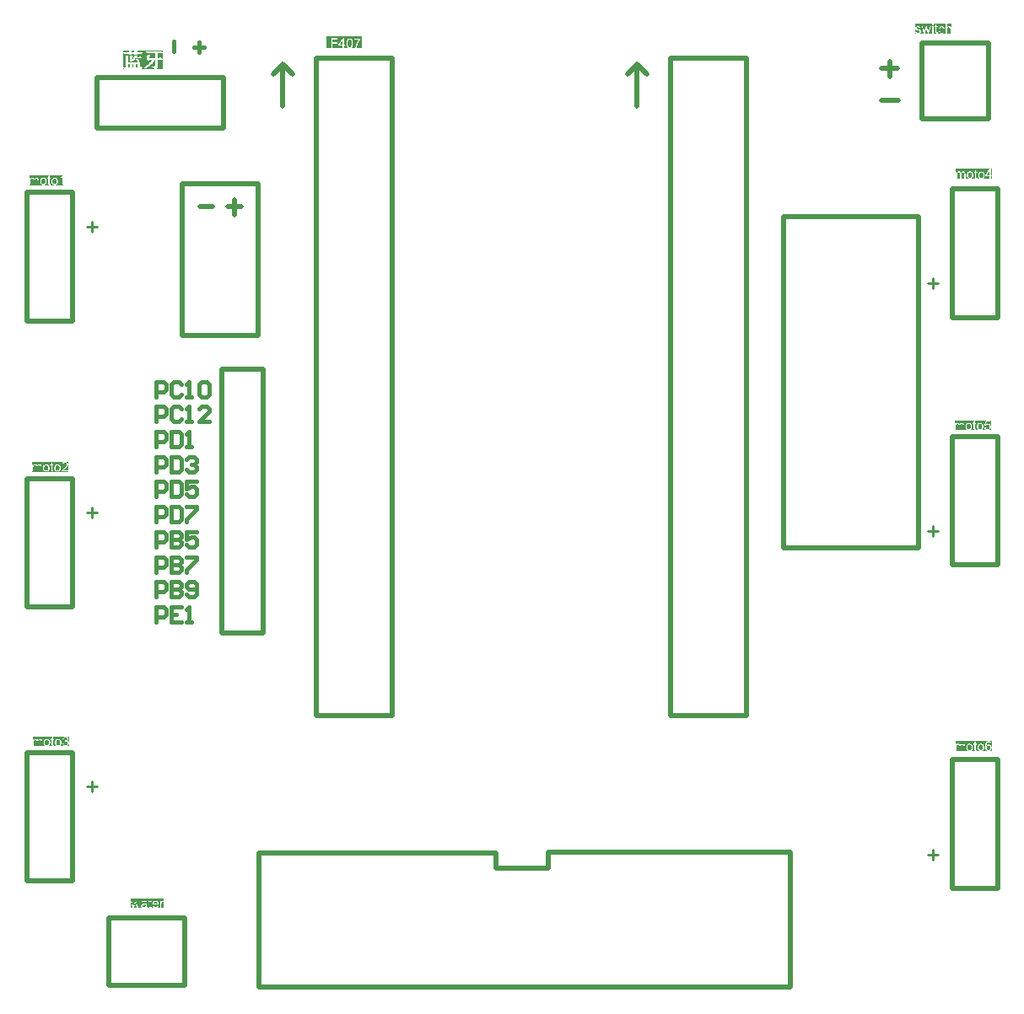
<source format=gto>
G04*
G04 #@! TF.GenerationSoftware,Altium Limited,Altium Designer,18.1.9 (240)*
G04*
G04 Layer_Color=65535*
%FSLAX25Y25*%
%MOIN*%
G70*
G01*
G75*
%ADD10C,0.02000*%
%ADD11C,0.01500*%
%ADD12C,0.01000*%
G36*
X130221Y374530D02*
X130282Y374524D01*
X130338Y374508D01*
X130388Y374485D01*
X130482Y374435D01*
X130565Y374380D01*
X130626Y374319D01*
X130676Y374269D01*
X130693Y374247D01*
X130704Y374230D01*
X130715Y374224D01*
Y374219D01*
X130754Y374152D01*
X130787Y374075D01*
X130821Y373986D01*
X130843Y373892D01*
X130865Y373792D01*
X130882Y373686D01*
X130909Y373475D01*
X130921Y373370D01*
X130926Y373275D01*
X130932Y373187D01*
Y373115D01*
X130937Y373048D01*
Y372998D01*
Y372970D01*
Y372965D01*
Y372959D01*
Y372787D01*
X130926Y372632D01*
X130915Y372493D01*
X130904Y372360D01*
X130887Y372249D01*
X130865Y372143D01*
X130843Y372055D01*
X130826Y371971D01*
X130804Y371905D01*
X130782Y371849D01*
X130765Y371799D01*
X130743Y371760D01*
X130732Y371733D01*
X130721Y371716D01*
X130710Y371705D01*
Y371699D01*
X130665Y371644D01*
X130621Y371599D01*
X130576Y371555D01*
X130532Y371522D01*
X130438Y371466D01*
X130354Y371427D01*
X130277Y371405D01*
X130221Y371394D01*
X130199Y371389D01*
X130166D01*
X130105Y371394D01*
X130049Y371400D01*
X129944Y371439D01*
X129849Y371488D01*
X129766Y371544D01*
X129705Y371599D01*
X129655Y371649D01*
X129627Y371688D01*
X129616Y371694D01*
Y371699D01*
X129577Y371766D01*
X129544Y371844D01*
X129511Y371932D01*
X129489Y372027D01*
X129466Y372127D01*
X129450Y372232D01*
X129422Y372448D01*
X129411Y372549D01*
X129405Y372643D01*
X129400Y372732D01*
Y372804D01*
X129394Y372870D01*
Y372920D01*
Y372948D01*
Y372959D01*
X129400Y373131D01*
X129405Y373287D01*
X129417Y373431D01*
X129433Y373564D01*
X129450Y373681D01*
X129472Y373786D01*
X129494Y373881D01*
X129516Y373964D01*
X129539Y374036D01*
X129555Y374097D01*
X129577Y374147D01*
X129594Y374191D01*
X129611Y374219D01*
X129622Y374241D01*
X129633Y374252D01*
Y374258D01*
X129672Y374308D01*
X129711Y374352D01*
X129755Y374385D01*
X129799Y374419D01*
X129888Y374469D01*
X129972Y374502D01*
X130044Y374519D01*
X130105Y374530D01*
X130127Y374535D01*
X130160D01*
X130221Y374530D01*
D02*
G37*
G36*
X135131Y371000D02*
X130166D01*
X130316Y371011D01*
X130454Y371033D01*
X130571Y371072D01*
X130671Y371111D01*
X130754Y371150D01*
X130782Y371172D01*
X130809Y371189D01*
X130832Y371200D01*
X130848Y371211D01*
X130854Y371222D01*
X130859D01*
X130959Y371316D01*
X131043Y371416D01*
X131115Y371527D01*
X131170Y371627D01*
X131215Y371722D01*
X131237Y371760D01*
X131248Y371799D01*
X131259Y371827D01*
X131270Y371849D01*
X131276Y371860D01*
Y371866D01*
X131304Y371949D01*
X131326Y372032D01*
X131359Y372210D01*
X131387Y372393D01*
X131403Y372571D01*
X131409Y372648D01*
X131414Y372721D01*
Y372787D01*
X131420Y372848D01*
Y373065D01*
X131414Y373165D01*
Y373253D01*
X131409Y373342D01*
X131398Y373420D01*
X131392Y373498D01*
X131387Y373564D01*
X131376Y373625D01*
X131370Y373681D01*
X131359Y373731D01*
X131353Y373769D01*
X131348Y373803D01*
X131342Y373831D01*
X131337Y373847D01*
X131331Y373858D01*
Y373864D01*
X131298Y373986D01*
X131259Y374097D01*
X131215Y374191D01*
X131181Y374274D01*
X131142Y374347D01*
X131120Y374397D01*
X131098Y374424D01*
X131093Y374435D01*
X131032Y374519D01*
X130971Y374591D01*
X130904Y374652D01*
X130843Y374707D01*
X130787Y374746D01*
X130743Y374774D01*
X130715Y374791D01*
X130710Y374796D01*
X130704D01*
X130615Y374841D01*
X130521Y374868D01*
X130432Y374890D01*
X130349Y374907D01*
X130277Y374918D01*
X130216Y374924D01*
X130166D01*
X130016Y374913D01*
X129877Y374890D01*
X129761Y374852D01*
X129661Y374813D01*
X129577Y374768D01*
X129544Y374752D01*
X129516Y374730D01*
X129494Y374718D01*
X129478Y374707D01*
X129472Y374696D01*
X129466D01*
X129367Y374607D01*
X129283Y374502D01*
X129211Y374397D01*
X129156Y374297D01*
X129111Y374202D01*
X129089Y374164D01*
X129078Y374125D01*
X129067Y374097D01*
X129056Y374075D01*
X129050Y374064D01*
Y374058D01*
X129028Y373975D01*
X129006Y373892D01*
X128972Y373708D01*
X128945Y373525D01*
X128928Y373353D01*
X128922Y373270D01*
X128917Y373198D01*
Y373131D01*
X128911Y373070D01*
Y372959D01*
X128917Y372765D01*
X128928Y372582D01*
X128945Y372415D01*
X128972Y372260D01*
X129000Y372115D01*
X129034Y371988D01*
X129067Y371871D01*
X129100Y371772D01*
X129133Y371683D01*
X129172Y371605D01*
X129200Y371538D01*
X129228Y371488D01*
X129255Y371444D01*
X129272Y371416D01*
X129283Y371400D01*
X129289Y371394D01*
X129350Y371327D01*
X129417Y371266D01*
X129489Y371211D01*
X129561Y371166D01*
X129633Y371128D01*
X129705Y371094D01*
X129777Y371072D01*
X129844Y371050D01*
X129910Y371033D01*
X129972Y371022D01*
X130027Y371011D01*
X130071Y371006D01*
X130110Y371000D01*
X120931D01*
Y375600D01*
X135131D01*
Y371000D01*
D02*
G37*
G36*
X45152Y369346D02*
X43922D01*
Y370151D01*
X45152D01*
Y369346D01*
D02*
G37*
G36*
X56381Y370095D02*
Y362640D01*
X53014D01*
X53153Y362649D01*
X53273Y362667D01*
X53496Y362704D01*
X53690Y362769D01*
X53856Y362843D01*
X53986Y362936D01*
X54097Y363028D01*
X54189Y363130D01*
X54263Y363241D01*
X54309Y363343D01*
X54347Y363444D01*
X54374Y363537D01*
X54383Y363620D01*
X54393Y363685D01*
Y363740D01*
Y363777D01*
Y363787D01*
Y366405D01*
X56122D01*
X56381Y366858D01*
X55392Y367718D01*
X54975Y367181D01*
X54393D01*
Y368902D01*
X55928D01*
X56187Y369290D01*
X55198Y370095D01*
X54846Y369679D01*
X49657D01*
X49851Y368902D01*
X53246D01*
Y367181D01*
X51100D01*
X51479Y368430D01*
X50397Y368615D01*
X50045Y367339D01*
X49999Y367209D01*
X49934Y367080D01*
X49860Y366960D01*
X49777Y366858D01*
X49712Y366765D01*
X49648Y366701D01*
X49610Y366654D01*
X49592Y366636D01*
X50711Y365988D01*
X50970Y366405D01*
X51932D01*
X51747Y366090D01*
X51544Y365785D01*
X51322Y365498D01*
X51091Y365220D01*
X50841Y364952D01*
X50600Y364703D01*
X50350Y364471D01*
X50110Y364259D01*
X49879Y364064D01*
X49657Y363889D01*
X49463Y363740D01*
X49296Y363611D01*
X49148Y363519D01*
X49093Y363472D01*
X49046Y363444D01*
X49009Y363417D01*
X48981Y363398D01*
X48963Y363380D01*
X48954D01*
X49277Y362964D01*
X49527Y363074D01*
X49777Y363186D01*
X50008Y363315D01*
X50230Y363435D01*
X50443Y363565D01*
X50656Y363703D01*
X51035Y363981D01*
X51386Y364268D01*
X51701Y364555D01*
X51978Y364832D01*
X52228Y365109D01*
X52441Y365369D01*
X52626Y365618D01*
X52783Y365840D01*
X52903Y366025D01*
X52950Y366108D01*
X52996Y366182D01*
X53033Y366247D01*
X53061Y366303D01*
X53088Y366349D01*
X53107Y366377D01*
X53116Y366395D01*
Y366405D01*
X53246D01*
Y364268D01*
X53255Y364175D01*
X53237Y364092D01*
X53199Y364027D01*
X53126Y363972D01*
X53042Y363926D01*
X52940Y363898D01*
X52829Y363870D01*
X52709Y363851D01*
X52478Y363842D01*
X52182D01*
X52117Y363851D01*
X52062D01*
X52090Y363407D01*
X52256Y363380D01*
X52404Y363352D01*
X52534Y363306D01*
X52644Y363250D01*
X52728Y363186D01*
X52802Y363121D01*
X52867Y363056D01*
X52913Y362991D01*
X52950Y362927D01*
X52978Y362862D01*
X53005Y362751D01*
X53014Y362704D01*
Y362667D01*
Y362649D01*
Y362640D01*
X40731D01*
Y362871D01*
Y370151D01*
X42840D01*
Y369346D01*
X40758D01*
X40916Y368745D01*
X42840D01*
Y368291D01*
X43922D01*
Y368745D01*
X45152D01*
Y368291D01*
X45245D01*
X45189Y368116D01*
X45124Y367931D01*
X44967Y367579D01*
X44810Y367246D01*
X44726Y367089D01*
X44643Y366941D01*
X44569Y366811D01*
X44495Y366691D01*
X44431Y366580D01*
X44366Y366488D01*
X44319Y366414D01*
X44282Y366358D01*
X44264Y366321D01*
X44255Y366312D01*
X44606Y366090D01*
X44828Y366266D01*
X45022Y366432D01*
X45180Y366571D01*
X45309Y366701D01*
X45411Y366802D01*
X45476Y366885D01*
X45522Y366932D01*
X45531Y366950D01*
X47742D01*
X48001Y367404D01*
X47261Y367884D01*
X47039Y367533D01*
X46012D01*
X46040Y367561D01*
X46058Y367588D01*
X46077Y367616D01*
Y367625D01*
X46123Y367690D01*
X46160Y367755D01*
X46197Y367801D01*
X46225Y367838D01*
X46262Y367894D01*
X46271Y367912D01*
X45337Y368291D01*
X46234D01*
Y368745D01*
X48094D01*
X48288Y369346D01*
X47418Y369799D01*
X47196Y369346D01*
X46234D01*
Y370151D01*
X56381D01*
Y370095D01*
D02*
G37*
G36*
X365752Y376800D02*
X366224D01*
Y378321D01*
X366229Y378437D01*
X366235Y378537D01*
X366246Y378626D01*
X366262Y378698D01*
X366279Y378754D01*
X366290Y378798D01*
X366296Y378820D01*
X366301Y378831D01*
X366335Y378898D01*
X366373Y378959D01*
X366418Y379009D01*
X366462Y379053D01*
X366501Y379087D01*
X366534Y379109D01*
X366557Y379125D01*
X366562Y379131D01*
X366634Y379170D01*
X366701Y379198D01*
X366767Y379214D01*
X366823Y379231D01*
X366878Y379237D01*
X366917Y379242D01*
X366950D01*
X367050Y379237D01*
X367139Y379214D01*
X367211Y379192D01*
X367272Y379159D01*
X367322Y379131D01*
X367356Y379103D01*
X367378Y379081D01*
X367383Y379076D01*
X367433Y379009D01*
X367472Y378926D01*
X367500Y378842D01*
X367522Y378759D01*
X367533Y378681D01*
X367539Y378620D01*
Y378598D01*
Y378582D01*
Y378570D01*
Y378565D01*
Y376800D01*
X368011D01*
Y376739D01*
X364187D01*
X364270Y376745D01*
X364353Y376750D01*
X364497Y376783D01*
X364631Y376822D01*
X364742Y376872D01*
X364786Y376900D01*
X364830Y376922D01*
X364869Y376944D01*
X364897Y376967D01*
X364919Y376983D01*
X364936Y376994D01*
X364947Y377000D01*
X364952Y377005D01*
X365008Y377061D01*
X365058Y377116D01*
X365147Y377238D01*
X365219Y377366D01*
X365269Y377483D01*
X365308Y377594D01*
X365319Y377638D01*
X365330Y377682D01*
X365335Y377716D01*
X365341Y377738D01*
X365347Y377755D01*
Y377760D01*
X364880Y377821D01*
X364858Y377699D01*
X364825Y377588D01*
X364780Y377499D01*
X364742Y377427D01*
X364703Y377366D01*
X364669Y377327D01*
X364653Y377299D01*
X364642Y377294D01*
X364570Y377238D01*
X364492Y377200D01*
X364414Y377166D01*
X364342Y377150D01*
X364281Y377138D01*
X364226Y377133D01*
X364192Y377127D01*
X364181D01*
X364120Y377133D01*
X364059Y377138D01*
X363948Y377166D01*
X363854Y377205D01*
X363770Y377255D01*
X363709Y377299D01*
X363659Y377338D01*
X363632Y377366D01*
X363620Y377377D01*
X363582Y377427D01*
X363548Y377488D01*
X363498Y377610D01*
X363460Y377749D01*
X363437Y377882D01*
X363421Y378004D01*
X363415Y378054D01*
Y378104D01*
X363410Y378138D01*
Y378171D01*
Y378187D01*
Y378193D01*
Y378293D01*
X363421Y378387D01*
X363432Y378476D01*
X363443Y378554D01*
X363460Y378626D01*
X363482Y378693D01*
X363498Y378754D01*
X363521Y378809D01*
X363543Y378854D01*
X363560Y378892D01*
X363582Y378926D01*
X363598Y378953D01*
X363609Y378976D01*
X363620Y378992D01*
X363632Y378998D01*
Y379003D01*
X363676Y379048D01*
X363720Y379087D01*
X363815Y379153D01*
X363915Y379198D01*
X364003Y379225D01*
X364087Y379248D01*
X364148Y379253D01*
X364176Y379259D01*
X364209D01*
X364292Y379253D01*
X364370Y379237D01*
X364436Y379214D01*
X364497Y379187D01*
X364542Y379159D01*
X364581Y379136D01*
X364603Y379120D01*
X364608Y379114D01*
X364664Y379059D01*
X364714Y378992D01*
X364758Y378920D01*
X364786Y378854D01*
X364814Y378793D01*
X364830Y378743D01*
X364836Y378709D01*
X364842Y378704D01*
Y378698D01*
X365302Y378770D01*
X365263Y378920D01*
X365208Y379048D01*
X365147Y379159D01*
X365086Y379248D01*
X365025Y379320D01*
X364975Y379370D01*
X364941Y379403D01*
X364936Y379414D01*
X364930D01*
X364814Y379492D01*
X364692Y379547D01*
X364570Y379592D01*
X364453Y379619D01*
X364348Y379636D01*
X364303Y379642D01*
X364270D01*
X364237Y379647D01*
X364192D01*
X364059Y379642D01*
X363937Y379619D01*
X363820Y379592D01*
X363726Y379564D01*
X363643Y379531D01*
X363609Y379514D01*
X363582Y379503D01*
X363560Y379492D01*
X363543Y379481D01*
X363532Y379475D01*
X363526D01*
X363421Y379409D01*
X363326Y379325D01*
X363249Y379242D01*
X363182Y379159D01*
X363132Y379087D01*
X363099Y379026D01*
X363088Y379003D01*
X363077Y378987D01*
X363071Y378976D01*
Y378970D01*
X363021Y378837D01*
X362988Y378704D01*
X362960Y378570D01*
X362943Y378448D01*
X362938Y378393D01*
X362932Y378343D01*
Y378298D01*
X362927Y378260D01*
Y378182D01*
X362932Y378054D01*
X362943Y377938D01*
X362960Y377821D01*
X362982Y377721D01*
X363004Y377621D01*
X363038Y377538D01*
X363066Y377455D01*
X363099Y377383D01*
X363132Y377322D01*
X363160Y377266D01*
X363193Y377216D01*
X363215Y377177D01*
X363238Y377150D01*
X363254Y377127D01*
X363265Y377116D01*
X363271Y377111D01*
X363337Y377044D01*
X363410Y376989D01*
X363482Y376939D01*
X363560Y376894D01*
X363637Y376861D01*
X363709Y376828D01*
X363859Y376783D01*
X363926Y376772D01*
X363987Y376761D01*
X364042Y376750D01*
X364092Y376745D01*
X364131Y376739D01*
X354818D01*
X354940Y376745D01*
X355046Y376756D01*
X355146Y376772D01*
X355235Y376795D01*
X355307Y376817D01*
X355362Y376833D01*
X355395Y376844D01*
X355401Y376850D01*
X355406D01*
X355501Y376900D01*
X355579Y376950D01*
X355645Y377005D01*
X355706Y377055D01*
X355751Y377100D01*
X355778Y377138D01*
X355801Y377161D01*
X355806Y377172D01*
X355851Y377250D01*
X355884Y377333D01*
X355912Y377405D01*
X355928Y377471D01*
X355939Y377533D01*
X355945Y377577D01*
Y377616D01*
X355939Y377705D01*
X355928Y377782D01*
X355906Y377849D01*
X355889Y377910D01*
X355867Y377960D01*
X355845Y377993D01*
X355834Y378015D01*
X355828Y378021D01*
X355784Y378077D01*
X355734Y378127D01*
X355684Y378171D01*
X355634Y378204D01*
X355584Y378232D01*
X355551Y378249D01*
X355529Y378260D01*
X355518Y378265D01*
X355479Y378282D01*
X355434Y378298D01*
X355329Y378337D01*
X355212Y378376D01*
X355096Y378410D01*
X354990Y378443D01*
X354940Y378454D01*
X354902Y378465D01*
X354868Y378476D01*
X354840Y378482D01*
X354824Y378487D01*
X354818D01*
X354757Y378504D01*
X354702Y378520D01*
X354652Y378532D01*
X354607Y378548D01*
X354535Y378565D01*
X354480Y378582D01*
X354441Y378598D01*
X354419Y378604D01*
X354408Y378609D01*
X354402D01*
X354358Y378631D01*
X354319Y378648D01*
X354285Y378670D01*
X354263Y378687D01*
X354241Y378704D01*
X354230Y378720D01*
X354224Y378726D01*
X354219Y378731D01*
X354186Y378787D01*
X354169Y378842D01*
Y378865D01*
X354163Y378881D01*
Y378892D01*
Y378898D01*
X354169Y378948D01*
X354186Y378998D01*
X354208Y379042D01*
X354236Y379076D01*
X354258Y379109D01*
X354280Y379131D01*
X354296Y379142D01*
X354302Y379148D01*
X354363Y379187D01*
X354435Y379214D01*
X354513Y379231D01*
X354585Y379248D01*
X354657Y379253D01*
X354713Y379259D01*
X354768D01*
X354863Y379253D01*
X354951Y379242D01*
X355024Y379220D01*
X355079Y379198D01*
X355129Y379175D01*
X355162Y379153D01*
X355185Y379142D01*
X355190Y379136D01*
X355246Y379087D01*
X355284Y379031D01*
X355318Y378976D01*
X355346Y378926D01*
X355362Y378876D01*
X355373Y378837D01*
X355379Y378815D01*
Y378803D01*
X355839Y378865D01*
X355817Y378959D01*
X355795Y379042D01*
X355767Y379114D01*
X355739Y379181D01*
X355712Y379225D01*
X355690Y379264D01*
X355679Y379286D01*
X355673Y379292D01*
X355623Y379347D01*
X355568Y379397D01*
X355506Y379442D01*
X355445Y379481D01*
X355390Y379508D01*
X355346Y379531D01*
X355318Y379542D01*
X355312Y379547D01*
X355307D01*
X355212Y379580D01*
X355112Y379603D01*
X355018Y379625D01*
X354929Y379636D01*
X354846Y379642D01*
X354785Y379647D01*
X354652D01*
X354574Y379636D01*
X354507Y379630D01*
X354446Y379619D01*
X354396Y379608D01*
X354358Y379597D01*
X354335Y379592D01*
X354324Y379586D01*
X354258Y379564D01*
X354197Y379542D01*
X354147Y379520D01*
X354102Y379497D01*
X354069Y379481D01*
X354047Y379464D01*
X354030Y379458D01*
X354025Y379453D01*
X353969Y379414D01*
X353925Y379370D01*
X353886Y379320D01*
X353853Y379281D01*
X353825Y379242D01*
X353808Y379214D01*
X353797Y379192D01*
X353791Y379187D01*
X353764Y379125D01*
X353742Y379070D01*
X353730Y379009D01*
X353719Y378959D01*
X353714Y378909D01*
X353708Y378876D01*
Y378854D01*
Y378842D01*
X353714Y378765D01*
X353725Y378698D01*
X353742Y378631D01*
X353758Y378576D01*
X353775Y378532D01*
X353791Y378493D01*
X353803Y378471D01*
X353808Y378465D01*
X353853Y378404D01*
X353903Y378354D01*
X353952Y378310D01*
X354002Y378271D01*
X354047Y378243D01*
X354080Y378221D01*
X354102Y378210D01*
X354113Y378204D01*
X354152Y378187D01*
X354202Y378165D01*
X354313Y378127D01*
X354430Y378093D01*
X354552Y378054D01*
X354657Y378027D01*
X354707Y378010D01*
X354752Y377999D01*
X354785Y377988D01*
X354813Y377982D01*
X354829Y377977D01*
X354835D01*
X354907Y377960D01*
X354968Y377943D01*
X355024Y377927D01*
X355073Y377910D01*
X355118Y377899D01*
X355157Y377882D01*
X355223Y377860D01*
X355268Y377843D01*
X355295Y377827D01*
X355312Y377821D01*
X355318Y377816D01*
X355368Y377782D01*
X355401Y377738D01*
X355429Y377699D01*
X355445Y377660D01*
X355456Y377621D01*
X355462Y377594D01*
Y377572D01*
Y377566D01*
X355456Y377499D01*
X355440Y377444D01*
X355412Y377388D01*
X355384Y377344D01*
X355351Y377305D01*
X355329Y377277D01*
X355307Y377261D01*
X355301Y377255D01*
X355235Y377211D01*
X355162Y377183D01*
X355079Y377161D01*
X355001Y377144D01*
X354929Y377133D01*
X354874Y377127D01*
X354818D01*
X354702Y377133D01*
X354602Y377150D01*
X354519Y377172D01*
X354446Y377200D01*
X354391Y377227D01*
X354346Y377250D01*
X354324Y377266D01*
X354313Y377272D01*
X354252Y377333D01*
X354202Y377405D01*
X354169Y377477D01*
X354141Y377544D01*
X354119Y377605D01*
X354108Y377660D01*
X354097Y377694D01*
Y377699D01*
Y377705D01*
X353630Y377632D01*
X353669Y377477D01*
X353719Y377338D01*
X353780Y377227D01*
X353841Y377133D01*
X353897Y377055D01*
X353947Y377005D01*
X353980Y376972D01*
X353986Y376967D01*
X353991Y376961D01*
X354047Y376922D01*
X354108Y376889D01*
X354241Y376833D01*
X354380Y376795D01*
X354513Y376767D01*
X354574Y376756D01*
X354629Y376750D01*
X354685Y376745D01*
X354729D01*
X354768Y376739D01*
X353630D01*
Y379647D01*
Y380641D01*
X360379D01*
Y380102D01*
X360851D01*
Y380641D01*
X365752D01*
Y376800D01*
D02*
G37*
G36*
X368011Y378559D02*
X368005Y378704D01*
X367994Y378831D01*
X367977Y378937D01*
X367961Y379026D01*
X367944Y379098D01*
X367927Y379148D01*
X367916Y379175D01*
X367911Y379187D01*
X367866Y379264D01*
X367816Y379331D01*
X367761Y379386D01*
X367711Y379436D01*
X367661Y379475D01*
X367622Y379503D01*
X367594Y379520D01*
X367583Y379525D01*
X367494Y379564D01*
X367406Y379597D01*
X367317Y379619D01*
X367234Y379630D01*
X367161Y379642D01*
X367100Y379647D01*
X367050D01*
X366962Y379642D01*
X366873Y379630D01*
X366790Y379614D01*
X366712Y379586D01*
X366568Y379525D01*
X366507Y379492D01*
X366451Y379458D01*
X366401Y379420D01*
X366351Y379386D01*
X366312Y379353D01*
X366284Y379325D01*
X366257Y379297D01*
X366240Y379281D01*
X366229Y379270D01*
X366224Y379264D01*
Y380641D01*
X368011D01*
Y378559D01*
D02*
G37*
G36*
X19255Y96132D02*
X19250Y96265D01*
X19227Y96387D01*
X19194Y96493D01*
X19161Y96582D01*
X19127Y96654D01*
X19094Y96709D01*
X19072Y96743D01*
X19066Y96754D01*
X18989Y96837D01*
X18905Y96909D01*
X18817Y96965D01*
X18728Y97009D01*
X18650Y97042D01*
X18589Y97065D01*
X18567Y97070D01*
X18550Y97076D01*
X18539Y97081D01*
X18534D01*
X18628Y97131D01*
X18706Y97181D01*
X18772Y97237D01*
X18828Y97287D01*
X18872Y97331D01*
X18905Y97370D01*
X18922Y97392D01*
X18928Y97403D01*
X18972Y97481D01*
X19005Y97559D01*
X19033Y97636D01*
X19050Y97708D01*
X19061Y97769D01*
X19066Y97814D01*
Y97847D01*
Y97858D01*
X19061Y97953D01*
X19044Y98047D01*
X19022Y98130D01*
X18994Y98202D01*
X18967Y98263D01*
X18944Y98313D01*
X18928Y98341D01*
X18922Y98352D01*
X18867Y98435D01*
X18800Y98508D01*
X18733Y98569D01*
X18667Y98624D01*
X18611Y98663D01*
X18561Y98696D01*
X18528Y98713D01*
X18522Y98719D01*
X18517D01*
X18417Y98763D01*
X18317Y98796D01*
X18217Y98824D01*
X18128Y98841D01*
X18056Y98852D01*
X17995Y98857D01*
X19255D01*
Y96132D01*
D02*
G37*
G36*
X17779Y98846D02*
X17629Y98818D01*
X17501Y98774D01*
X17390Y98730D01*
X17340Y98702D01*
X17301Y98680D01*
X17263Y98657D01*
X17235Y98635D01*
X17213Y98619D01*
X17196Y98607D01*
X17185Y98602D01*
X17179Y98596D01*
X17074Y98491D01*
X16991Y98374D01*
X16924Y98252D01*
X16869Y98130D01*
X16835Y98025D01*
X16819Y97980D01*
X16807Y97941D01*
X16802Y97908D01*
X16796Y97886D01*
X16791Y97869D01*
Y97864D01*
X17263Y97781D01*
X17285Y97903D01*
X17318Y98008D01*
X17357Y98097D01*
X17396Y98169D01*
X17435Y98225D01*
X17468Y98263D01*
X17490Y98291D01*
X17496Y98297D01*
X17568Y98352D01*
X17646Y98397D01*
X17718Y98424D01*
X17790Y98447D01*
X17856Y98458D01*
X17906Y98469D01*
X17951D01*
X18051Y98463D01*
X18139Y98441D01*
X18217Y98413D01*
X18284Y98386D01*
X18334Y98352D01*
X18373Y98325D01*
X18400Y98302D01*
X18406Y98297D01*
X18467Y98230D01*
X18511Y98158D01*
X18539Y98086D01*
X18561Y98019D01*
X18572Y97958D01*
X18584Y97914D01*
Y97880D01*
Y97875D01*
Y97869D01*
Y97808D01*
X18572Y97753D01*
X18545Y97658D01*
X18506Y97575D01*
X18461Y97503D01*
X18417Y97453D01*
X18378Y97414D01*
X18350Y97392D01*
X18345Y97386D01*
X18339D01*
X18245Y97337D01*
X18156Y97298D01*
X18062Y97270D01*
X17979Y97253D01*
X17906Y97242D01*
X17845Y97231D01*
X17773D01*
X17751Y97237D01*
X17723D01*
X17668Y96820D01*
X17740Y96837D01*
X17807Y96848D01*
X17862Y96859D01*
X17912Y96865D01*
X17951Y96870D01*
X18001D01*
X18117Y96859D01*
X18223Y96837D01*
X18317Y96804D01*
X18395Y96765D01*
X18456Y96726D01*
X18500Y96693D01*
X18528Y96671D01*
X18539Y96659D01*
X18611Y96576D01*
X18667Y96487D01*
X18706Y96399D01*
X18728Y96310D01*
X18744Y96238D01*
X18750Y96177D01*
X18756Y96154D01*
Y96138D01*
Y96127D01*
Y96121D01*
X18744Y95999D01*
X18717Y95888D01*
X18683Y95794D01*
X18639Y95710D01*
X18595Y95644D01*
X18561Y95594D01*
X18534Y95561D01*
X18522Y95549D01*
X18434Y95472D01*
X18339Y95416D01*
X18245Y95377D01*
X18156Y95350D01*
X18079Y95333D01*
X18017Y95327D01*
X17995Y95322D01*
X17962D01*
X17862Y95327D01*
X17768Y95350D01*
X17684Y95377D01*
X17618Y95411D01*
X17562Y95438D01*
X17518Y95466D01*
X17496Y95488D01*
X17485Y95494D01*
X17418Y95572D01*
X17363Y95661D01*
X17313Y95755D01*
X17274Y95855D01*
X17246Y95938D01*
X17235Y95977D01*
X17229Y96010D01*
X17224Y96038D01*
X17218Y96060D01*
X17213Y96071D01*
Y96077D01*
X16741Y96016D01*
X16752Y95927D01*
X16769Y95844D01*
X16819Y95688D01*
X16880Y95555D01*
X16913Y95499D01*
X16946Y95444D01*
X16980Y95394D01*
X17013Y95355D01*
X17041Y95316D01*
X17068Y95289D01*
X17085Y95266D01*
X17102Y95250D01*
X17113Y95239D01*
X17118Y95233D01*
X17185Y95183D01*
X17252Y95133D01*
X17318Y95094D01*
X17390Y95061D01*
X17529Y95006D01*
X17662Y94972D01*
X17723Y94961D01*
X17779Y94950D01*
X17829Y94945D01*
X17873Y94939D01*
X17906Y94933D01*
X4925D01*
Y95000D01*
X5397D01*
Y96443D01*
X5402Y96576D01*
X5408Y96693D01*
X5419Y96793D01*
X5436Y96876D01*
X5452Y96937D01*
X5463Y96981D01*
X5469Y97009D01*
X5474Y97020D01*
X5508Y97092D01*
X5547Y97153D01*
X5585Y97209D01*
X5624Y97253D01*
X5663Y97287D01*
X5691Y97309D01*
X5713Y97325D01*
X5719Y97331D01*
X5785Y97364D01*
X5846Y97392D01*
X5913Y97409D01*
X5968Y97425D01*
X6013Y97431D01*
X6052Y97436D01*
X6085D01*
X6179Y97431D01*
X6257Y97414D01*
X6324Y97386D01*
X6374Y97359D01*
X6412Y97325D01*
X6440Y97303D01*
X6457Y97281D01*
X6462Y97276D01*
X6501Y97209D01*
X6529Y97137D01*
X6551Y97059D01*
X6562Y96981D01*
X6573Y96915D01*
X6579Y96854D01*
Y96832D01*
Y96820D01*
Y96809D01*
Y96804D01*
Y95000D01*
X7051D01*
Y96615D01*
X7062Y96765D01*
X7084Y96893D01*
X7112Y96998D01*
X7151Y97087D01*
X7184Y97153D01*
X7217Y97198D01*
X7239Y97225D01*
X7245Y97237D01*
X7323Y97303D01*
X7406Y97353D01*
X7489Y97386D01*
X7567Y97414D01*
X7633Y97425D01*
X7689Y97431D01*
X7711Y97436D01*
X7739D01*
X7800Y97431D01*
X7850Y97425D01*
X7900Y97414D01*
X7939Y97398D01*
X7977Y97381D01*
X8000Y97370D01*
X8016Y97364D01*
X8022Y97359D01*
X8066Y97325D01*
X8100Y97292D01*
X8127Y97259D01*
X8150Y97225D01*
X8166Y97198D01*
X8177Y97176D01*
X8188Y97159D01*
Y97153D01*
X8205Y97103D01*
X8216Y97037D01*
X8222Y96970D01*
X8227Y96904D01*
X8233Y96843D01*
Y96793D01*
Y96759D01*
Y96754D01*
Y96748D01*
Y95000D01*
X8704D01*
Y96998D01*
X8693Y97076D01*
X8682Y97153D01*
X8671Y97220D01*
X8655Y97287D01*
X8632Y97342D01*
X8616Y97392D01*
X8593Y97442D01*
X8571Y97481D01*
X8555Y97520D01*
X8516Y97570D01*
X8494Y97603D01*
X8483Y97614D01*
X8394Y97692D01*
X8288Y97747D01*
X8183Y97792D01*
X8083Y97819D01*
X7989Y97836D01*
X7950Y97842D01*
X7911D01*
X7883Y97847D01*
X7844D01*
X7744Y97842D01*
X7656Y97825D01*
X7567Y97803D01*
X7484Y97769D01*
X7406Y97731D01*
X7334Y97692D01*
X7273Y97647D01*
X7212Y97603D01*
X7156Y97553D01*
X7112Y97509D01*
X7073Y97470D01*
X7040Y97431D01*
X7012Y97398D01*
X6995Y97375D01*
X6984Y97359D01*
X6978Y97353D01*
X6945Y97436D01*
X6901Y97509D01*
X6851Y97570D01*
X6806Y97620D01*
X6762Y97664D01*
X6729Y97692D01*
X6707Y97708D01*
X6695Y97714D01*
X6618Y97758D01*
X6534Y97792D01*
X6451Y97814D01*
X6368Y97830D01*
X6301Y97842D01*
X6240Y97847D01*
X6190D01*
X6090Y97842D01*
X5996Y97825D01*
X5913Y97808D01*
X5841Y97786D01*
X5780Y97758D01*
X5735Y97742D01*
X5708Y97725D01*
X5696Y97720D01*
X5619Y97670D01*
X5552Y97614D01*
X5491Y97559D01*
X5441Y97503D01*
X5402Y97459D01*
X5369Y97420D01*
X5352Y97398D01*
X5347Y97386D01*
Y97786D01*
X4925D01*
Y97847D01*
Y98857D01*
X17856D01*
X17779Y98846D01*
D02*
G37*
G36*
X19255Y94933D02*
X17956D01*
X18062Y94939D01*
X18156Y94950D01*
X18250Y94967D01*
X18339Y94989D01*
X18423Y95017D01*
X18495Y95044D01*
X18567Y95078D01*
X18628Y95111D01*
X18689Y95139D01*
X18739Y95172D01*
X18783Y95200D01*
X18817Y95227D01*
X18844Y95250D01*
X18867Y95266D01*
X18878Y95278D01*
X18883Y95283D01*
X18950Y95350D01*
X19005Y95422D01*
X19055Y95494D01*
X19100Y95566D01*
X19133Y95633D01*
X19166Y95705D01*
X19211Y95838D01*
X19222Y95899D01*
X19233Y95955D01*
X19244Y96004D01*
X19250Y96049D01*
X19255Y96082D01*
Y94933D01*
D02*
G37*
G36*
X18916Y204055D02*
X17024D01*
X17090Y204150D01*
X17124Y204188D01*
X17151Y204227D01*
X17179Y204260D01*
X17201Y204283D01*
X17218Y204299D01*
X17223Y204305D01*
X17251Y204333D01*
X17285Y204360D01*
X17362Y204433D01*
X17451Y204516D01*
X17545Y204599D01*
X17634Y204671D01*
X17673Y204704D01*
X17706Y204738D01*
X17734Y204760D01*
X17756Y204777D01*
X17767Y204788D01*
X17773Y204793D01*
X17862Y204871D01*
X17951Y204943D01*
X18028Y205015D01*
X18100Y205076D01*
X18167Y205137D01*
X18223Y205193D01*
X18278Y205243D01*
X18322Y205287D01*
X18367Y205332D01*
X18400Y205365D01*
X18428Y205393D01*
X18456Y205420D01*
X18483Y205454D01*
X18494Y205465D01*
X18572Y205559D01*
X18639Y205642D01*
X18694Y205726D01*
X18739Y205792D01*
X18772Y205853D01*
X18794Y205898D01*
X18805Y205925D01*
X18811Y205937D01*
X18844Y206020D01*
X18866Y206103D01*
X18889Y206181D01*
X18900Y206247D01*
X18905Y206308D01*
X18911Y206353D01*
Y206381D01*
Y206392D01*
X18905Y206475D01*
X18894Y206553D01*
X18883Y206630D01*
X18861Y206697D01*
X18805Y206830D01*
X18750Y206936D01*
X18716Y206985D01*
X18689Y207024D01*
X18661Y207063D01*
X18633Y207091D01*
X18611Y207113D01*
X18600Y207135D01*
X18589Y207141D01*
X18583Y207147D01*
X18522Y207202D01*
X18456Y207252D01*
X18383Y207291D01*
X18311Y207324D01*
X18167Y207380D01*
X18023Y207418D01*
X17962Y207430D01*
X17901Y207441D01*
X17845Y207446D01*
X17801Y207452D01*
X17762Y207457D01*
X18916D01*
Y204055D01*
D02*
G37*
G36*
X14776Y206053D02*
X14837Y206048D01*
X14948Y206020D01*
X15048Y205975D01*
X15131Y205925D01*
X15198Y205875D01*
X15248Y205837D01*
X15281Y205803D01*
X15292Y205798D01*
Y205792D01*
X15337Y205742D01*
X15370Y205681D01*
X15431Y205559D01*
X15475Y205426D01*
X15503Y205304D01*
X15520Y205187D01*
X15525Y205137D01*
Y205093D01*
X15531Y205060D01*
Y205032D01*
Y205015D01*
Y205010D01*
Y204910D01*
X15520Y204816D01*
X15508Y204732D01*
X15492Y204649D01*
X15475Y204577D01*
X15453Y204510D01*
X15436Y204449D01*
X15414Y204394D01*
X15392Y204349D01*
X15370Y204305D01*
X15348Y204272D01*
X15331Y204244D01*
X15314Y204222D01*
X15303Y204205D01*
X15298Y204199D01*
X15292Y204194D01*
X15248Y204150D01*
X15198Y204105D01*
X15103Y204038D01*
X15003Y203994D01*
X14915Y203961D01*
X14831Y203944D01*
X14770Y203933D01*
X14743Y203927D01*
X14709D01*
X14643Y203933D01*
X14582Y203939D01*
X14465Y203966D01*
X14365Y204011D01*
X14282Y204061D01*
X14215Y204105D01*
X14165Y204150D01*
X14132Y204177D01*
X14127Y204188D01*
X14121D01*
X14082Y204244D01*
X14043Y204299D01*
X13988Y204427D01*
X13943Y204560D01*
X13916Y204693D01*
X13899Y204810D01*
X13893Y204860D01*
Y204904D01*
X13888Y204943D01*
Y204971D01*
Y204988D01*
Y204993D01*
X13893Y205087D01*
X13899Y205182D01*
X13910Y205265D01*
X13927Y205343D01*
X13943Y205415D01*
X13960Y205481D01*
X13982Y205537D01*
X14005Y205592D01*
X14027Y205637D01*
X14049Y205681D01*
X14065Y205715D01*
X14082Y205742D01*
X14099Y205765D01*
X14110Y205781D01*
X14121Y205787D01*
Y205792D01*
X14165Y205837D01*
X14215Y205881D01*
X14310Y205948D01*
X14410Y205992D01*
X14504Y206025D01*
X14587Y206048D01*
X14648Y206053D01*
X14676Y206059D01*
X14709D01*
X14776Y206053D01*
D02*
G37*
G36*
X10297D02*
X10358Y206048D01*
X10469Y206020D01*
X10569Y205975D01*
X10652Y205925D01*
X10719Y205875D01*
X10769Y205837D01*
X10802Y205803D01*
X10813Y205798D01*
Y205792D01*
X10858Y205742D01*
X10891Y205681D01*
X10952Y205559D01*
X10996Y205426D01*
X11024Y205304D01*
X11041Y205187D01*
X11046Y205137D01*
Y205093D01*
X11052Y205060D01*
Y205032D01*
Y205015D01*
Y205010D01*
Y204910D01*
X11041Y204816D01*
X11030Y204732D01*
X11013Y204649D01*
X10996Y204577D01*
X10974Y204510D01*
X10958Y204449D01*
X10935Y204394D01*
X10913Y204349D01*
X10891Y204305D01*
X10869Y204272D01*
X10852Y204244D01*
X10835Y204222D01*
X10824Y204205D01*
X10819Y204199D01*
X10813Y204194D01*
X10769Y204150D01*
X10719Y204105D01*
X10625Y204038D01*
X10525Y203994D01*
X10436Y203961D01*
X10353Y203944D01*
X10291Y203933D01*
X10264Y203927D01*
X10231D01*
X10164Y203933D01*
X10103Y203939D01*
X9986Y203966D01*
X9886Y204011D01*
X9803Y204061D01*
X9736Y204105D01*
X9687Y204150D01*
X9653Y204177D01*
X9648Y204188D01*
X9642D01*
X9603Y204244D01*
X9565Y204299D01*
X9509Y204427D01*
X9465Y204560D01*
X9437Y204693D01*
X9420Y204810D01*
X9415Y204860D01*
Y204904D01*
X9409Y204943D01*
Y204971D01*
Y204988D01*
Y204993D01*
X9415Y205087D01*
X9420Y205182D01*
X9431Y205265D01*
X9448Y205343D01*
X9465Y205415D01*
X9481Y205481D01*
X9503Y205537D01*
X9526Y205592D01*
X9548Y205637D01*
X9570Y205681D01*
X9587Y205715D01*
X9603Y205742D01*
X9620Y205765D01*
X9631Y205781D01*
X9642Y205787D01*
Y205792D01*
X9687Y205837D01*
X9736Y205881D01*
X9831Y205948D01*
X9931Y205992D01*
X10025Y206025D01*
X10108Y206048D01*
X10169Y206053D01*
X10197Y206059D01*
X10231D01*
X10297Y206053D01*
D02*
G37*
G36*
X17606Y207452D02*
X17512Y207446D01*
X17423Y207430D01*
X17340Y207413D01*
X17262Y207391D01*
X17190Y207368D01*
X17124Y207341D01*
X17063Y207313D01*
X17007Y207285D01*
X16963Y207258D01*
X16924Y207235D01*
X16891Y207213D01*
X16863Y207196D01*
X16846Y207180D01*
X16835Y207174D01*
X16829Y207169D01*
X16774Y207113D01*
X16724Y207052D01*
X16674Y206985D01*
X16635Y206919D01*
X16569Y206786D01*
X16524Y206652D01*
X16508Y206591D01*
X16491Y206530D01*
X16480Y206481D01*
X16469Y206436D01*
X16463Y206397D01*
Y206369D01*
X16458Y206353D01*
Y206347D01*
X16940Y206297D01*
X16951Y206425D01*
X16974Y206536D01*
X17007Y206636D01*
X17046Y206714D01*
X17079Y206780D01*
X17112Y206824D01*
X17135Y206852D01*
X17146Y206863D01*
X17229Y206930D01*
X17318Y206980D01*
X17412Y207019D01*
X17495Y207041D01*
X17573Y207058D01*
X17640Y207063D01*
X17662Y207069D01*
X17695D01*
X17812Y207063D01*
X17917Y207041D01*
X18006Y207008D01*
X18084Y206974D01*
X18145Y206936D01*
X18184Y206908D01*
X18211Y206886D01*
X18223Y206874D01*
X18289Y206797D01*
X18339Y206719D01*
X18378Y206641D01*
X18400Y206564D01*
X18417Y206503D01*
X18422Y206447D01*
X18428Y206414D01*
Y206408D01*
Y206403D01*
X18417Y206303D01*
X18395Y206197D01*
X18356Y206103D01*
X18317Y206014D01*
X18272Y205942D01*
X18234Y205881D01*
X18223Y205859D01*
X18211Y205842D01*
X18200Y205837D01*
Y205831D01*
X18156Y205770D01*
X18100Y205709D01*
X18039Y205642D01*
X17973Y205576D01*
X17834Y205443D01*
X17695Y205309D01*
X17623Y205248D01*
X17562Y205193D01*
X17501Y205143D01*
X17451Y205099D01*
X17412Y205065D01*
X17379Y205037D01*
X17357Y205021D01*
X17351Y205015D01*
X17212Y204899D01*
X17085Y204788D01*
X16979Y204688D01*
X16896Y204605D01*
X16824Y204532D01*
X16774Y204482D01*
X16746Y204449D01*
X16735Y204444D01*
Y204438D01*
X16657Y204344D01*
X16596Y204255D01*
X16541Y204166D01*
X16496Y204088D01*
X16463Y204022D01*
X16441Y203972D01*
X16430Y203939D01*
X16424Y203933D01*
Y203927D01*
X16402Y203866D01*
X16391Y203811D01*
X16380Y203755D01*
X16374Y203705D01*
X16369Y203661D01*
Y203600D01*
X18916D01*
Y203539D01*
X14709D01*
X14842Y203544D01*
X14965Y203567D01*
X15081Y203594D01*
X15176Y203622D01*
X15259Y203656D01*
X15292Y203667D01*
X15320Y203678D01*
X15348Y203689D01*
X15364Y203700D01*
X15370Y203705D01*
X15375D01*
X15486Y203778D01*
X15581Y203855D01*
X15664Y203933D01*
X15731Y204011D01*
X15780Y204077D01*
X15819Y204133D01*
X15830Y204155D01*
X15842Y204172D01*
X15847Y204177D01*
Y204183D01*
X15903Y204310D01*
X15941Y204449D01*
X15975Y204588D01*
X15991Y204727D01*
X16003Y204788D01*
Y204843D01*
X16008Y204899D01*
X16014Y204943D01*
Y205032D01*
X16008Y205154D01*
X15997Y205265D01*
X15980Y205370D01*
X15958Y205470D01*
X15930Y205565D01*
X15897Y205648D01*
X15864Y205731D01*
X15830Y205798D01*
X15797Y205859D01*
X15764Y205914D01*
X15731Y205964D01*
X15703Y206003D01*
X15681Y206031D01*
X15664Y206053D01*
X15653Y206064D01*
X15647Y206070D01*
X15575Y206136D01*
X15503Y206192D01*
X15425Y206247D01*
X15348Y206286D01*
X15270Y206325D01*
X15192Y206353D01*
X15042Y206403D01*
X14970Y206414D01*
X14909Y206425D01*
X14854Y206436D01*
X14804Y206442D01*
X14765Y206447D01*
X14709D01*
X14615Y206442D01*
X14526Y206436D01*
X14354Y206397D01*
X14204Y206347D01*
X14138Y206319D01*
X14077Y206292D01*
X14021Y206264D01*
X13977Y206236D01*
X13932Y206208D01*
X13899Y206186D01*
X13871Y206164D01*
X13849Y206147D01*
X13838Y206142D01*
X13832Y206136D01*
X13755Y206064D01*
X13694Y205981D01*
X13633Y205892D01*
X13588Y205803D01*
X13544Y205709D01*
X13510Y205609D01*
X13483Y205515D01*
X13461Y205426D01*
X13438Y205337D01*
X13427Y205259D01*
X13416Y205182D01*
X13411Y205121D01*
Y205065D01*
X13405Y205026D01*
Y204993D01*
X13411Y204865D01*
X13422Y204743D01*
X13438Y204632D01*
X13461Y204527D01*
X13488Y204433D01*
X13516Y204344D01*
X13549Y204260D01*
X13583Y204188D01*
X13616Y204122D01*
X13649Y204066D01*
X13677Y204022D01*
X13705Y203983D01*
X13727Y203950D01*
X13744Y203927D01*
X13755Y203916D01*
X13760Y203911D01*
X13832Y203844D01*
X13905Y203789D01*
X13982Y203739D01*
X14060Y203694D01*
X14138Y203661D01*
X14221Y203628D01*
X14371Y203583D01*
X14437Y203572D01*
X14504Y203561D01*
X14559Y203550D01*
X14609Y203544D01*
X14654Y203539D01*
X10231D01*
X10364Y203544D01*
X10486Y203567D01*
X10602Y203594D01*
X10697Y203622D01*
X10780Y203656D01*
X10813Y203667D01*
X10841Y203678D01*
X10869Y203689D01*
X10885Y203700D01*
X10891Y203705D01*
X10897D01*
X11007Y203778D01*
X11102Y203855D01*
X11185Y203933D01*
X11252Y204011D01*
X11302Y204077D01*
X11340Y204133D01*
X11352Y204155D01*
X11363Y204172D01*
X11368Y204177D01*
Y204183D01*
X11424Y204310D01*
X11463Y204449D01*
X11496Y204588D01*
X11513Y204727D01*
X11524Y204788D01*
Y204843D01*
X11529Y204899D01*
X11535Y204943D01*
Y205032D01*
X11529Y205154D01*
X11518Y205265D01*
X11501Y205370D01*
X11479Y205470D01*
X11451Y205565D01*
X11418Y205648D01*
X11385Y205731D01*
X11352Y205798D01*
X11318Y205859D01*
X11285Y205914D01*
X11252Y205964D01*
X11224Y206003D01*
X11202Y206031D01*
X11185Y206053D01*
X11174Y206064D01*
X11168Y206070D01*
X11096Y206136D01*
X11024Y206192D01*
X10946Y206247D01*
X10869Y206286D01*
X10791Y206325D01*
X10713Y206353D01*
X10564Y206403D01*
X10491Y206414D01*
X10430Y206425D01*
X10375Y206436D01*
X10325Y206442D01*
X10286Y206447D01*
X10231D01*
X10136Y206442D01*
X10047Y206436D01*
X9875Y206397D01*
X9725Y206347D01*
X9659Y206319D01*
X9598Y206292D01*
X9542Y206264D01*
X9498Y206236D01*
X9454Y206208D01*
X9420Y206186D01*
X9392Y206164D01*
X9370Y206147D01*
X9359Y206142D01*
X9354Y206136D01*
X9276Y206064D01*
X9215Y205981D01*
X9154Y205892D01*
X9109Y205803D01*
X9065Y205709D01*
X9032Y205609D01*
X9004Y205515D01*
X8982Y205426D01*
X8959Y205337D01*
X8948Y205259D01*
X8937Y205182D01*
X8932Y205121D01*
Y205065D01*
X8926Y205026D01*
Y204993D01*
X8932Y204865D01*
X8943Y204743D01*
X8959Y204632D01*
X8982Y204527D01*
X9009Y204433D01*
X9037Y204344D01*
X9070Y204260D01*
X9104Y204188D01*
X9137Y204122D01*
X9170Y204066D01*
X9198Y204022D01*
X9226Y203983D01*
X9248Y203950D01*
X9265Y203927D01*
X9276Y203916D01*
X9281Y203911D01*
X9354Y203844D01*
X9426Y203789D01*
X9503Y203739D01*
X9581Y203694D01*
X9659Y203661D01*
X9742Y203628D01*
X9892Y203583D01*
X9958Y203572D01*
X10025Y203561D01*
X10081Y203550D01*
X10131Y203544D01*
X10175Y203539D01*
X4625D01*
Y203600D01*
X5097D01*
Y205043D01*
X5102Y205176D01*
X5108Y205293D01*
X5119Y205393D01*
X5136Y205476D01*
X5152Y205537D01*
X5163Y205581D01*
X5169Y205609D01*
X5174Y205620D01*
X5208Y205692D01*
X5247Y205753D01*
X5285Y205809D01*
X5324Y205853D01*
X5363Y205887D01*
X5391Y205909D01*
X5413Y205925D01*
X5419Y205931D01*
X5485Y205964D01*
X5546Y205992D01*
X5613Y206009D01*
X5668Y206025D01*
X5713Y206031D01*
X5752Y206036D01*
X5785D01*
X5879Y206031D01*
X5957Y206014D01*
X6024Y205986D01*
X6073Y205959D01*
X6112Y205925D01*
X6140Y205903D01*
X6157Y205881D01*
X6162Y205875D01*
X6201Y205809D01*
X6229Y205737D01*
X6251Y205659D01*
X6262Y205581D01*
X6273Y205515D01*
X6279Y205454D01*
Y205432D01*
Y205420D01*
Y205409D01*
Y205404D01*
Y203600D01*
X6751D01*
Y205215D01*
X6762Y205365D01*
X6784Y205492D01*
X6812Y205598D01*
X6850Y205687D01*
X6884Y205753D01*
X6917Y205798D01*
X6939Y205826D01*
X6945Y205837D01*
X7023Y205903D01*
X7106Y205953D01*
X7189Y205986D01*
X7267Y206014D01*
X7333Y206025D01*
X7389Y206031D01*
X7411Y206036D01*
X7439D01*
X7500Y206031D01*
X7550Y206025D01*
X7600Y206014D01*
X7639Y205998D01*
X7677Y205981D01*
X7700Y205970D01*
X7716Y205964D01*
X7722Y205959D01*
X7766Y205925D01*
X7800Y205892D01*
X7827Y205859D01*
X7850Y205826D01*
X7866Y205798D01*
X7877Y205776D01*
X7888Y205759D01*
Y205753D01*
X7905Y205703D01*
X7916Y205637D01*
X7922Y205570D01*
X7927Y205504D01*
X7933Y205443D01*
Y205393D01*
Y205359D01*
Y205354D01*
Y205348D01*
Y203600D01*
X8405D01*
Y205598D01*
X8393Y205676D01*
X8382Y205753D01*
X8371Y205820D01*
X8355Y205887D01*
X8332Y205942D01*
X8316Y205992D01*
X8293Y206042D01*
X8271Y206081D01*
X8255Y206120D01*
X8216Y206170D01*
X8194Y206203D01*
X8183Y206214D01*
X8094Y206292D01*
X7988Y206347D01*
X7883Y206392D01*
X7783Y206419D01*
X7689Y206436D01*
X7650Y206442D01*
X7611D01*
X7583Y206447D01*
X7544D01*
X7444Y206442D01*
X7356Y206425D01*
X7267Y206403D01*
X7183Y206369D01*
X7106Y206331D01*
X7034Y206292D01*
X6973Y206247D01*
X6912Y206203D01*
X6856Y206153D01*
X6812Y206109D01*
X6773Y206070D01*
X6740Y206031D01*
X6712Y205998D01*
X6695Y205975D01*
X6684Y205959D01*
X6679Y205953D01*
X6645Y206036D01*
X6601Y206109D01*
X6551Y206170D01*
X6506Y206220D01*
X6462Y206264D01*
X6429Y206292D01*
X6407Y206308D01*
X6395Y206314D01*
X6318Y206358D01*
X6235Y206392D01*
X6151Y206414D01*
X6068Y206431D01*
X6001Y206442D01*
X5940Y206447D01*
X5890D01*
X5790Y206442D01*
X5696Y206425D01*
X5613Y206408D01*
X5541Y206386D01*
X5480Y206358D01*
X5435Y206342D01*
X5407Y206325D01*
X5396Y206319D01*
X5319Y206270D01*
X5252Y206214D01*
X5191Y206159D01*
X5141Y206103D01*
X5102Y206059D01*
X5069Y206020D01*
X5052Y205998D01*
X5047Y205986D01*
Y206386D01*
X4625D01*
Y206447D01*
Y207457D01*
X17706D01*
X17606Y207452D01*
D02*
G37*
G36*
X13676Y319353D02*
X13737Y319348D01*
X13848Y319320D01*
X13948Y319275D01*
X14031Y319226D01*
X14098Y319176D01*
X14148Y319137D01*
X14181Y319103D01*
X14192Y319098D01*
Y319092D01*
X14236Y319042D01*
X14270Y318981D01*
X14331Y318859D01*
X14375Y318726D01*
X14403Y318604D01*
X14420Y318487D01*
X14425Y318437D01*
Y318393D01*
X14431Y318360D01*
Y318332D01*
Y318315D01*
Y318310D01*
Y318210D01*
X14420Y318115D01*
X14409Y318032D01*
X14392Y317949D01*
X14375Y317877D01*
X14353Y317810D01*
X14336Y317749D01*
X14314Y317694D01*
X14292Y317649D01*
X14270Y317605D01*
X14248Y317571D01*
X14231Y317544D01*
X14214Y317522D01*
X14203Y317505D01*
X14198Y317499D01*
X14192Y317494D01*
X14148Y317449D01*
X14098Y317405D01*
X14003Y317338D01*
X13904Y317294D01*
X13815Y317261D01*
X13731Y317244D01*
X13670Y317233D01*
X13643Y317227D01*
X13609D01*
X13543Y317233D01*
X13482Y317238D01*
X13365Y317266D01*
X13265Y317311D01*
X13182Y317361D01*
X13115Y317405D01*
X13065Y317449D01*
X13032Y317477D01*
X13027Y317488D01*
X13021D01*
X12982Y317544D01*
X12943Y317599D01*
X12888Y317727D01*
X12843Y317860D01*
X12816Y317993D01*
X12799Y318110D01*
X12794Y318160D01*
Y318204D01*
X12788Y318243D01*
Y318271D01*
Y318287D01*
Y318293D01*
X12794Y318387D01*
X12799Y318482D01*
X12810Y318565D01*
X12827Y318643D01*
X12843Y318715D01*
X12860Y318781D01*
X12882Y318837D01*
X12904Y318893D01*
X12927Y318937D01*
X12949Y318981D01*
X12966Y319015D01*
X12982Y319042D01*
X12999Y319064D01*
X13010Y319081D01*
X13021Y319087D01*
Y319092D01*
X13065Y319137D01*
X13115Y319181D01*
X13210Y319248D01*
X13310Y319292D01*
X13404Y319325D01*
X13487Y319348D01*
X13548Y319353D01*
X13576Y319359D01*
X13609D01*
X13676Y319353D01*
D02*
G37*
G36*
X9197D02*
X9258Y319348D01*
X9369Y319320D01*
X9469Y319275D01*
X9552Y319226D01*
X9619Y319176D01*
X9669Y319137D01*
X9702Y319103D01*
X9713Y319098D01*
Y319092D01*
X9758Y319042D01*
X9791Y318981D01*
X9852Y318859D01*
X9896Y318726D01*
X9924Y318604D01*
X9941Y318487D01*
X9946Y318437D01*
Y318393D01*
X9952Y318360D01*
Y318332D01*
Y318315D01*
Y318310D01*
Y318210D01*
X9941Y318115D01*
X9930Y318032D01*
X9913Y317949D01*
X9896Y317877D01*
X9874Y317810D01*
X9858Y317749D01*
X9835Y317694D01*
X9813Y317649D01*
X9791Y317605D01*
X9769Y317571D01*
X9752Y317544D01*
X9735Y317522D01*
X9724Y317505D01*
X9719Y317499D01*
X9713Y317494D01*
X9669Y317449D01*
X9619Y317405D01*
X9525Y317338D01*
X9425Y317294D01*
X9336Y317261D01*
X9253Y317244D01*
X9191Y317233D01*
X9164Y317227D01*
X9131D01*
X9064Y317233D01*
X9003Y317238D01*
X8886Y317266D01*
X8786Y317311D01*
X8703Y317361D01*
X8636Y317405D01*
X8587Y317449D01*
X8553Y317477D01*
X8548Y317488D01*
X8542D01*
X8503Y317544D01*
X8465Y317599D01*
X8409Y317727D01*
X8365Y317860D01*
X8337Y317993D01*
X8320Y318110D01*
X8315Y318160D01*
Y318204D01*
X8309Y318243D01*
Y318271D01*
Y318287D01*
Y318293D01*
X8315Y318387D01*
X8320Y318482D01*
X8331Y318565D01*
X8348Y318643D01*
X8365Y318715D01*
X8381Y318781D01*
X8403Y318837D01*
X8426Y318893D01*
X8448Y318937D01*
X8470Y318981D01*
X8487Y319015D01*
X8503Y319042D01*
X8520Y319064D01*
X8531Y319081D01*
X8542Y319087D01*
Y319092D01*
X8587Y319137D01*
X8636Y319181D01*
X8731Y319248D01*
X8831Y319292D01*
X8925Y319325D01*
X9008Y319348D01*
X9069Y319353D01*
X9097Y319359D01*
X9131D01*
X9197Y319353D01*
D02*
G37*
G36*
X16751Y320663D02*
X16690Y320574D01*
X16617Y320485D01*
X16551Y320408D01*
X16484Y320341D01*
X16434Y320286D01*
X16412Y320269D01*
X16395Y320252D01*
X16390Y320247D01*
X16384Y320241D01*
X16268Y320147D01*
X16151Y320058D01*
X16040Y319980D01*
X15929Y319919D01*
X15835Y319864D01*
X15796Y319842D01*
X15763Y319825D01*
X15735Y319808D01*
X15713Y319803D01*
X15702Y319792D01*
X15696D01*
Y319337D01*
X15779Y319370D01*
X15863Y319409D01*
X15946Y319447D01*
X16024Y319486D01*
X16090Y319520D01*
X16146Y319547D01*
X16179Y319569D01*
X16184Y319575D01*
X16190D01*
X16290Y319636D01*
X16379Y319697D01*
X16456Y319753D01*
X16518Y319803D01*
X16573Y319842D01*
X16606Y319875D01*
X16634Y319897D01*
X16640Y319903D01*
Y316900D01*
X17111D01*
Y316839D01*
X13609D01*
X13743Y316845D01*
X13865Y316867D01*
X13981Y316895D01*
X14075Y316922D01*
X14159Y316955D01*
X14192Y316967D01*
X14220Y316978D01*
X14248Y316989D01*
X14264Y317000D01*
X14270Y317005D01*
X14275D01*
X14386Y317078D01*
X14481Y317155D01*
X14564Y317233D01*
X14630Y317311D01*
X14681Y317377D01*
X14719Y317433D01*
X14730Y317455D01*
X14741Y317472D01*
X14747Y317477D01*
Y317483D01*
X14803Y317610D01*
X14841Y317749D01*
X14875Y317888D01*
X14891Y318027D01*
X14902Y318088D01*
Y318143D01*
X14908Y318199D01*
X14914Y318243D01*
Y318332D01*
X14908Y318454D01*
X14897Y318565D01*
X14880Y318670D01*
X14858Y318770D01*
X14830Y318865D01*
X14797Y318948D01*
X14764Y319031D01*
X14730Y319098D01*
X14697Y319159D01*
X14664Y319214D01*
X14630Y319264D01*
X14603Y319303D01*
X14581Y319331D01*
X14564Y319353D01*
X14553Y319364D01*
X14547Y319370D01*
X14475Y319436D01*
X14403Y319492D01*
X14325Y319547D01*
X14248Y319586D01*
X14170Y319625D01*
X14092Y319653D01*
X13942Y319703D01*
X13870Y319714D01*
X13809Y319725D01*
X13754Y319736D01*
X13704Y319742D01*
X13665Y319747D01*
X13609D01*
X13515Y319742D01*
X13426Y319736D01*
X13254Y319697D01*
X13104Y319647D01*
X13038Y319619D01*
X12977Y319592D01*
X12921Y319564D01*
X12877Y319536D01*
X12832Y319509D01*
X12799Y319486D01*
X12771Y319464D01*
X12749Y319447D01*
X12738Y319442D01*
X12732Y319436D01*
X12655Y319364D01*
X12594Y319281D01*
X12533Y319192D01*
X12488Y319103D01*
X12444Y319009D01*
X12410Y318909D01*
X12383Y318815D01*
X12361Y318726D01*
X12338Y318637D01*
X12327Y318560D01*
X12316Y318482D01*
X12311Y318421D01*
Y318365D01*
X12305Y318326D01*
Y318293D01*
X12311Y318165D01*
X12322Y318043D01*
X12338Y317932D01*
X12361Y317827D01*
X12388Y317733D01*
X12416Y317644D01*
X12449Y317560D01*
X12483Y317488D01*
X12516Y317422D01*
X12549Y317366D01*
X12577Y317322D01*
X12605Y317283D01*
X12627Y317250D01*
X12644Y317227D01*
X12655Y317216D01*
X12660Y317211D01*
X12732Y317144D01*
X12805Y317089D01*
X12882Y317039D01*
X12960Y316994D01*
X13038Y316961D01*
X13121Y316928D01*
X13271Y316883D01*
X13337Y316872D01*
X13404Y316861D01*
X13460Y316850D01*
X13509Y316845D01*
X13554Y316839D01*
X9131D01*
X9264Y316845D01*
X9386Y316867D01*
X9502Y316895D01*
X9597Y316922D01*
X9680Y316955D01*
X9713Y316967D01*
X9741Y316978D01*
X9769Y316989D01*
X9785Y317000D01*
X9791Y317005D01*
X9797D01*
X9907Y317078D01*
X10002Y317155D01*
X10085Y317233D01*
X10152Y317311D01*
X10202Y317377D01*
X10240Y317433D01*
X10252Y317455D01*
X10263Y317472D01*
X10268Y317477D01*
Y317483D01*
X10324Y317610D01*
X10363Y317749D01*
X10396Y317888D01*
X10413Y318027D01*
X10424Y318088D01*
Y318143D01*
X10429Y318199D01*
X10435Y318243D01*
Y318332D01*
X10429Y318454D01*
X10418Y318565D01*
X10401Y318670D01*
X10379Y318770D01*
X10351Y318865D01*
X10318Y318948D01*
X10285Y319031D01*
X10252Y319098D01*
X10218Y319159D01*
X10185Y319214D01*
X10152Y319264D01*
X10124Y319303D01*
X10102Y319331D01*
X10085Y319353D01*
X10074Y319364D01*
X10068Y319370D01*
X9996Y319436D01*
X9924Y319492D01*
X9846Y319547D01*
X9769Y319586D01*
X9691Y319625D01*
X9613Y319653D01*
X9464Y319703D01*
X9391Y319714D01*
X9330Y319725D01*
X9275Y319736D01*
X9225Y319742D01*
X9186Y319747D01*
X9131D01*
X9036Y319742D01*
X8947Y319736D01*
X8775Y319697D01*
X8625Y319647D01*
X8559Y319619D01*
X8498Y319592D01*
X8442Y319564D01*
X8398Y319536D01*
X8354Y319509D01*
X8320Y319486D01*
X8292Y319464D01*
X8270Y319447D01*
X8259Y319442D01*
X8254Y319436D01*
X8176Y319364D01*
X8115Y319281D01*
X8054Y319192D01*
X8009Y319103D01*
X7965Y319009D01*
X7932Y318909D01*
X7904Y318815D01*
X7882Y318726D01*
X7859Y318637D01*
X7848Y318560D01*
X7837Y318482D01*
X7832Y318421D01*
Y318365D01*
X7826Y318326D01*
Y318293D01*
X7832Y318165D01*
X7843Y318043D01*
X7859Y317932D01*
X7882Y317827D01*
X7909Y317733D01*
X7937Y317644D01*
X7970Y317560D01*
X8004Y317488D01*
X8037Y317422D01*
X8070Y317366D01*
X8098Y317322D01*
X8126Y317283D01*
X8148Y317250D01*
X8165Y317227D01*
X8176Y317216D01*
X8181Y317211D01*
X8254Y317144D01*
X8326Y317089D01*
X8403Y317039D01*
X8481Y316994D01*
X8559Y316961D01*
X8642Y316928D01*
X8792Y316883D01*
X8858Y316872D01*
X8925Y316861D01*
X8981Y316850D01*
X9031Y316845D01*
X9075Y316839D01*
X3525D01*
Y316900D01*
X3997D01*
Y318343D01*
X4002Y318476D01*
X4008Y318593D01*
X4019Y318693D01*
X4036Y318776D01*
X4052Y318837D01*
X4063Y318881D01*
X4069Y318909D01*
X4074Y318920D01*
X4108Y318992D01*
X4147Y319053D01*
X4185Y319109D01*
X4224Y319153D01*
X4263Y319187D01*
X4291Y319209D01*
X4313Y319226D01*
X4319Y319231D01*
X4385Y319264D01*
X4446Y319292D01*
X4513Y319309D01*
X4568Y319325D01*
X4613Y319331D01*
X4652Y319337D01*
X4685D01*
X4779Y319331D01*
X4857Y319314D01*
X4924Y319286D01*
X4973Y319259D01*
X5012Y319226D01*
X5040Y319203D01*
X5057Y319181D01*
X5062Y319176D01*
X5101Y319109D01*
X5129Y319037D01*
X5151Y318959D01*
X5162Y318881D01*
X5173Y318815D01*
X5179Y318754D01*
Y318731D01*
Y318720D01*
Y318709D01*
Y318704D01*
Y316900D01*
X5651D01*
Y318515D01*
X5662Y318665D01*
X5684Y318793D01*
X5712Y318898D01*
X5751Y318987D01*
X5784Y319053D01*
X5817Y319098D01*
X5839Y319126D01*
X5845Y319137D01*
X5923Y319203D01*
X6006Y319253D01*
X6089Y319286D01*
X6167Y319314D01*
X6233Y319325D01*
X6289Y319331D01*
X6311Y319337D01*
X6339D01*
X6400Y319331D01*
X6450Y319325D01*
X6500Y319314D01*
X6539Y319298D01*
X6577Y319281D01*
X6600Y319270D01*
X6616Y319264D01*
X6622Y319259D01*
X6666Y319226D01*
X6700Y319192D01*
X6727Y319159D01*
X6750Y319126D01*
X6766Y319098D01*
X6777Y319076D01*
X6788Y319059D01*
Y319053D01*
X6805Y319004D01*
X6816Y318937D01*
X6822Y318870D01*
X6827Y318804D01*
X6833Y318743D01*
Y318693D01*
Y318659D01*
Y318654D01*
Y318648D01*
Y316900D01*
X7305D01*
Y318898D01*
X7293Y318976D01*
X7282Y319053D01*
X7271Y319120D01*
X7255Y319187D01*
X7232Y319242D01*
X7216Y319292D01*
X7193Y319342D01*
X7171Y319381D01*
X7155Y319420D01*
X7116Y319470D01*
X7094Y319503D01*
X7083Y319514D01*
X6994Y319592D01*
X6888Y319647D01*
X6783Y319692D01*
X6683Y319719D01*
X6589Y319736D01*
X6550Y319742D01*
X6511D01*
X6483Y319747D01*
X6444D01*
X6344Y319742D01*
X6256Y319725D01*
X6167Y319703D01*
X6084Y319670D01*
X6006Y319631D01*
X5934Y319592D01*
X5873Y319547D01*
X5812Y319503D01*
X5756Y319453D01*
X5712Y319409D01*
X5673Y319370D01*
X5640Y319331D01*
X5612Y319298D01*
X5595Y319275D01*
X5584Y319259D01*
X5579Y319253D01*
X5545Y319337D01*
X5501Y319409D01*
X5451Y319470D01*
X5406Y319520D01*
X5362Y319564D01*
X5329Y319592D01*
X5306Y319608D01*
X5295Y319614D01*
X5218Y319658D01*
X5134Y319692D01*
X5051Y319714D01*
X4968Y319730D01*
X4901Y319742D01*
X4840Y319747D01*
X4790D01*
X4690Y319742D01*
X4596Y319725D01*
X4513Y319708D01*
X4441Y319686D01*
X4380Y319658D01*
X4335Y319642D01*
X4307Y319625D01*
X4296Y319619D01*
X4219Y319569D01*
X4152Y319514D01*
X4091Y319459D01*
X4041Y319403D01*
X4002Y319359D01*
X3969Y319320D01*
X3952Y319298D01*
X3947Y319286D01*
Y319686D01*
X3525D01*
Y319747D01*
Y320757D01*
X16806D01*
X16751Y320663D01*
D02*
G37*
G36*
X383855Y94343D02*
X383850Y94443D01*
X383838Y94538D01*
X383822Y94632D01*
X383805Y94715D01*
X383777Y94793D01*
X383750Y94871D01*
X383722Y94937D01*
X383689Y94998D01*
X383655Y95054D01*
X383628Y95104D01*
X383600Y95142D01*
X383572Y95181D01*
X383555Y95209D01*
X383539Y95226D01*
X383528Y95237D01*
X383522Y95242D01*
X383461Y95303D01*
X383394Y95359D01*
X383322Y95403D01*
X383256Y95442D01*
X383189Y95481D01*
X383122Y95509D01*
X382995Y95548D01*
X382939Y95564D01*
X382884Y95575D01*
X382839Y95581D01*
X382795Y95586D01*
X382762Y95592D01*
X382717D01*
X382617Y95586D01*
X382523Y95570D01*
X382434Y95553D01*
X382357Y95531D01*
X382290Y95503D01*
X382240Y95486D01*
X382207Y95470D01*
X382201Y95464D01*
X382196D01*
X382107Y95409D01*
X382029Y95348D01*
X381957Y95287D01*
X381902Y95220D01*
X381852Y95165D01*
X381813Y95120D01*
X381790Y95087D01*
X381785Y95081D01*
Y95181D01*
X381790Y95281D01*
X381796Y95370D01*
X381807Y95459D01*
X381813Y95537D01*
X381824Y95609D01*
X381835Y95675D01*
X381852Y95736D01*
X381863Y95792D01*
X381874Y95836D01*
X381885Y95875D01*
X381890Y95908D01*
X381902Y95930D01*
X381907Y95947D01*
X381913Y95958D01*
Y95964D01*
X381968Y96075D01*
X382024Y96175D01*
X382085Y96252D01*
X382140Y96319D01*
X382190Y96374D01*
X382229Y96413D01*
X382257Y96436D01*
X382268Y96441D01*
X382334Y96486D01*
X382401Y96513D01*
X382468Y96535D01*
X382534Y96552D01*
X382584Y96563D01*
X382628Y96569D01*
X382667D01*
X382767Y96558D01*
X382862Y96535D01*
X382939Y96502D01*
X383012Y96469D01*
X383067Y96430D01*
X383106Y96397D01*
X383128Y96374D01*
X383139Y96363D01*
X383178Y96314D01*
X383217Y96252D01*
X383250Y96186D01*
X383272Y96119D01*
X383295Y96058D01*
X383311Y96008D01*
X383317Y95975D01*
X383322Y95969D01*
Y95964D01*
X383794Y96003D01*
X383761Y96158D01*
X383711Y96297D01*
X383655Y96419D01*
X383594Y96519D01*
X383533Y96596D01*
X383511Y96630D01*
X383483Y96658D01*
X383467Y96674D01*
X383450Y96691D01*
X383444Y96696D01*
X383439Y96702D01*
X383383Y96746D01*
X383322Y96785D01*
X383200Y96852D01*
X383078Y96896D01*
X382962Y96924D01*
X382856Y96946D01*
X382812Y96952D01*
X382773D01*
X382739Y96957D01*
X383855D01*
Y94343D01*
D02*
G37*
G36*
X382739Y95165D02*
X382845Y95137D01*
X382934Y95104D01*
X383012Y95059D01*
X383072Y95015D01*
X383117Y94981D01*
X383145Y94954D01*
X383156Y94943D01*
X383228Y94848D01*
X383283Y94748D01*
X383322Y94643D01*
X383345Y94543D01*
X383361Y94454D01*
X383367Y94415D01*
Y94382D01*
X383372Y94354D01*
Y94332D01*
Y94321D01*
Y94315D01*
X383361Y94166D01*
X383339Y94038D01*
X383306Y93927D01*
X383267Y93833D01*
X383222Y93761D01*
X383189Y93705D01*
X383167Y93672D01*
X383156Y93666D01*
Y93661D01*
X383117Y93616D01*
X383072Y93583D01*
X382984Y93522D01*
X382895Y93483D01*
X382817Y93450D01*
X382745Y93433D01*
X382690Y93427D01*
X382667Y93422D01*
X382640D01*
X382562Y93427D01*
X382490Y93439D01*
X382423Y93461D01*
X382368Y93483D01*
X382318Y93500D01*
X382279Y93522D01*
X382257Y93533D01*
X382246Y93538D01*
X382179Y93588D01*
X382123Y93638D01*
X382073Y93699D01*
X382035Y93749D01*
X382001Y93799D01*
X381979Y93838D01*
X381962Y93866D01*
X381957Y93877D01*
X381924Y93960D01*
X381902Y94043D01*
X381879Y94121D01*
X381868Y94193D01*
X381863Y94254D01*
X381857Y94304D01*
Y94332D01*
Y94343D01*
X381868Y94476D01*
X381890Y94593D01*
X381929Y94698D01*
X381968Y94782D01*
X382007Y94854D01*
X382046Y94904D01*
X382068Y94932D01*
X382079Y94943D01*
X382168Y95020D01*
X382257Y95076D01*
X382351Y95120D01*
X382434Y95148D01*
X382512Y95165D01*
X382568Y95170D01*
X382590Y95176D01*
X382623D01*
X382739Y95165D01*
D02*
G37*
G36*
X382584Y96952D02*
X382479Y96941D01*
X382379Y96918D01*
X382284Y96891D01*
X382201Y96852D01*
X382118Y96819D01*
X382046Y96774D01*
X381979Y96735D01*
X381924Y96696D01*
X381868Y96652D01*
X381824Y96619D01*
X381790Y96585D01*
X381763Y96552D01*
X381740Y96530D01*
X381729Y96519D01*
X381724Y96513D01*
X381652Y96413D01*
X381591Y96297D01*
X381535Y96175D01*
X381485Y96047D01*
X381446Y95914D01*
X381413Y95781D01*
X381385Y95642D01*
X381363Y95514D01*
X381347Y95387D01*
X381335Y95270D01*
X381324Y95165D01*
X381319Y95076D01*
Y94998D01*
X381313Y94943D01*
Y94893D01*
X381319Y94715D01*
X381330Y94549D01*
X381347Y94393D01*
X381374Y94249D01*
X381402Y94121D01*
X381430Y94005D01*
X381463Y93899D01*
X381502Y93805D01*
X381535Y93727D01*
X381569Y93655D01*
X381596Y93599D01*
X381629Y93550D01*
X381652Y93511D01*
X381668Y93489D01*
X381680Y93472D01*
X381685Y93466D01*
X381757Y93389D01*
X381835Y93322D01*
X381913Y93266D01*
X381990Y93217D01*
X382073Y93172D01*
X382151Y93139D01*
X382229Y93111D01*
X382307Y93089D01*
X382373Y93072D01*
X382440Y93056D01*
X382495Y93045D01*
X382545Y93039D01*
X382590D01*
X382617Y93033D01*
X369525D01*
Y93100D01*
X369997D01*
Y94543D01*
X370002Y94676D01*
X370008Y94793D01*
X370019Y94893D01*
X370036Y94976D01*
X370052Y95037D01*
X370063Y95081D01*
X370069Y95109D01*
X370074Y95120D01*
X370108Y95192D01*
X370147Y95253D01*
X370185Y95309D01*
X370224Y95353D01*
X370263Y95387D01*
X370291Y95409D01*
X370313Y95425D01*
X370319Y95431D01*
X370385Y95464D01*
X370446Y95492D01*
X370513Y95509D01*
X370568Y95525D01*
X370613Y95531D01*
X370652Y95537D01*
X370685D01*
X370779Y95531D01*
X370857Y95514D01*
X370924Y95486D01*
X370973Y95459D01*
X371012Y95425D01*
X371040Y95403D01*
X371057Y95381D01*
X371062Y95376D01*
X371101Y95309D01*
X371129Y95237D01*
X371151Y95159D01*
X371162Y95081D01*
X371173Y95015D01*
X371179Y94954D01*
Y94932D01*
Y94920D01*
Y94909D01*
Y94904D01*
Y93100D01*
X371651D01*
Y94715D01*
X371662Y94865D01*
X371684Y94993D01*
X371712Y95098D01*
X371750Y95187D01*
X371784Y95253D01*
X371817Y95298D01*
X371839Y95325D01*
X371845Y95337D01*
X371923Y95403D01*
X372006Y95453D01*
X372089Y95486D01*
X372167Y95514D01*
X372233Y95525D01*
X372289Y95531D01*
X372311Y95537D01*
X372339D01*
X372400Y95531D01*
X372450Y95525D01*
X372500Y95514D01*
X372539Y95498D01*
X372578Y95481D01*
X372600Y95470D01*
X372616Y95464D01*
X372622Y95459D01*
X372666Y95425D01*
X372700Y95392D01*
X372727Y95359D01*
X372749Y95325D01*
X372766Y95298D01*
X372777Y95276D01*
X372788Y95259D01*
Y95253D01*
X372805Y95203D01*
X372816Y95137D01*
X372822Y95070D01*
X372827Y95004D01*
X372833Y94943D01*
Y94893D01*
Y94859D01*
Y94854D01*
Y94848D01*
Y93100D01*
X373305D01*
Y95098D01*
X373293Y95176D01*
X373282Y95253D01*
X373271Y95320D01*
X373255Y95387D01*
X373232Y95442D01*
X373216Y95492D01*
X373194Y95542D01*
X373171Y95581D01*
X373155Y95620D01*
X373116Y95670D01*
X373094Y95703D01*
X373082Y95714D01*
X372994Y95792D01*
X372888Y95847D01*
X372783Y95892D01*
X372683Y95919D01*
X372589Y95936D01*
X372550Y95942D01*
X372511D01*
X372483Y95947D01*
X372444D01*
X372344Y95942D01*
X372256Y95925D01*
X372167Y95903D01*
X372083Y95869D01*
X372006Y95831D01*
X371934Y95792D01*
X371873Y95747D01*
X371812Y95703D01*
X371756Y95653D01*
X371712Y95609D01*
X371673Y95570D01*
X371639Y95531D01*
X371612Y95498D01*
X371595Y95475D01*
X371584Y95459D01*
X371579Y95453D01*
X371545Y95537D01*
X371501Y95609D01*
X371451Y95670D01*
X371406Y95720D01*
X371362Y95764D01*
X371329Y95792D01*
X371306Y95808D01*
X371295Y95814D01*
X371218Y95858D01*
X371134Y95892D01*
X371051Y95914D01*
X370968Y95930D01*
X370901Y95942D01*
X370840Y95947D01*
X370790D01*
X370690Y95942D01*
X370596Y95925D01*
X370513Y95908D01*
X370441Y95886D01*
X370380Y95858D01*
X370335Y95842D01*
X370307Y95825D01*
X370296Y95819D01*
X370219Y95770D01*
X370152Y95714D01*
X370091Y95659D01*
X370041Y95603D01*
X370002Y95559D01*
X369969Y95520D01*
X369952Y95498D01*
X369947Y95486D01*
Y95886D01*
X369525D01*
Y95947D01*
Y96957D01*
X382695D01*
X382584Y96952D01*
D02*
G37*
G36*
X383855Y93033D02*
X382645D01*
X382773Y93039D01*
X382889Y93061D01*
X382995Y93083D01*
X383089Y93117D01*
X383161Y93144D01*
X383217Y93172D01*
X383239Y93178D01*
X383256Y93189D01*
X383261Y93194D01*
X383267D01*
X383361Y93261D01*
X383450Y93339D01*
X383522Y93416D01*
X383583Y93494D01*
X383633Y93566D01*
X383666Y93622D01*
X383678Y93644D01*
X383689Y93661D01*
X383694Y93666D01*
Y93672D01*
X383750Y93788D01*
X383788Y93910D01*
X383816Y94021D01*
X383833Y94127D01*
X383850Y94216D01*
Y94249D01*
X383855Y94282D01*
Y93033D01*
D02*
G37*
G36*
X383583Y221299D02*
X383577Y221399D01*
X383566Y221493D01*
X383549Y221587D01*
X383527Y221671D01*
X383500Y221748D01*
X383472Y221826D01*
X383438Y221892D01*
X383411Y221954D01*
X383378Y222009D01*
X383344Y222059D01*
X383316Y222098D01*
X383289Y222137D01*
X383266Y222165D01*
X383250Y222181D01*
X383239Y222192D01*
X383233Y222198D01*
X383167Y222259D01*
X383100Y222314D01*
X383028Y222359D01*
X382956Y222398D01*
X382884Y222436D01*
X382811Y222464D01*
X382678Y222503D01*
X382617Y222520D01*
X382562Y222531D01*
X382512Y222536D01*
X382467Y222542D01*
X382434Y222547D01*
X382312D01*
X382245Y222536D01*
X382112Y222509D01*
X381990Y222470D01*
X381879Y222425D01*
X381790Y222381D01*
X381751Y222359D01*
X381718Y222342D01*
X381690Y222325D01*
X381674Y222314D01*
X381663Y222309D01*
X381657Y222303D01*
X381862Y223341D01*
X383400D01*
Y223791D01*
X383583D01*
Y221299D01*
D02*
G37*
G36*
X381119Y221815D02*
X381563Y221754D01*
X381602Y221815D01*
X381651Y221865D01*
X381696Y221915D01*
X381740Y221954D01*
X381785Y221981D01*
X381818Y222009D01*
X381840Y222020D01*
X381846Y222026D01*
X381918Y222059D01*
X381990Y222087D01*
X382057Y222104D01*
X382123Y222120D01*
X382179Y222126D01*
X382223Y222131D01*
X382329D01*
X382395Y222120D01*
X382512Y222092D01*
X382612Y222054D01*
X382700Y222015D01*
X382767Y221970D01*
X382817Y221931D01*
X382845Y221904D01*
X382856Y221898D01*
Y221892D01*
X382933Y221798D01*
X382989Y221698D01*
X383028Y221593D01*
X383056Y221487D01*
X383072Y221399D01*
X383078Y221360D01*
Y221326D01*
X383083Y221299D01*
Y221276D01*
Y221265D01*
Y221260D01*
Y221182D01*
X383072Y221110D01*
X383045Y220971D01*
X383006Y220855D01*
X382967Y220760D01*
X382922Y220683D01*
X382884Y220622D01*
X382867Y220605D01*
X382856Y220588D01*
X382850Y220583D01*
X382845Y220577D01*
X382800Y220533D01*
X382756Y220494D01*
X382656Y220427D01*
X382562Y220383D01*
X382467Y220355D01*
X382390Y220333D01*
X382323Y220327D01*
X382301Y220322D01*
X382267D01*
X382162Y220327D01*
X382068Y220350D01*
X381984Y220377D01*
X381918Y220411D01*
X381857Y220444D01*
X381812Y220472D01*
X381790Y220494D01*
X381779Y220499D01*
X381713Y220577D01*
X381657Y220660D01*
X381613Y220755D01*
X381579Y220838D01*
X381557Y220921D01*
X381540Y220982D01*
X381535Y221010D01*
X381529Y221027D01*
Y221038D01*
Y221043D01*
X381035Y221005D01*
X381047Y220916D01*
X381063Y220832D01*
X381113Y220677D01*
X381174Y220544D01*
X381207Y220483D01*
X381241Y220433D01*
X381269Y220383D01*
X381302Y220339D01*
X381329Y220305D01*
X381357Y220278D01*
X381380Y220255D01*
X381391Y220233D01*
X381402Y220228D01*
X381407Y220222D01*
X381474Y220172D01*
X381540Y220128D01*
X381613Y220089D01*
X381685Y220056D01*
X381823Y220005D01*
X381962Y219972D01*
X382023Y219956D01*
X382084Y219950D01*
X382134Y219945D01*
X382179Y219939D01*
X382218Y219933D01*
X369225D01*
Y220000D01*
X369697D01*
Y221443D01*
X369702Y221576D01*
X369708Y221693D01*
X369719Y221793D01*
X369736Y221876D01*
X369752Y221937D01*
X369763Y221981D01*
X369769Y222009D01*
X369774Y222020D01*
X369808Y222092D01*
X369847Y222153D01*
X369885Y222209D01*
X369924Y222253D01*
X369963Y222287D01*
X369991Y222309D01*
X370013Y222325D01*
X370019Y222331D01*
X370085Y222364D01*
X370146Y222392D01*
X370213Y222409D01*
X370268Y222425D01*
X370313Y222431D01*
X370352Y222436D01*
X370385D01*
X370479Y222431D01*
X370557Y222414D01*
X370624Y222387D01*
X370673Y222359D01*
X370712Y222325D01*
X370740Y222303D01*
X370757Y222281D01*
X370762Y222275D01*
X370801Y222209D01*
X370829Y222137D01*
X370851Y222059D01*
X370862Y221981D01*
X370873Y221915D01*
X370879Y221854D01*
Y221831D01*
Y221820D01*
Y221809D01*
Y221804D01*
Y220000D01*
X371351D01*
Y221615D01*
X371362Y221765D01*
X371384Y221892D01*
X371412Y221998D01*
X371450Y222087D01*
X371484Y222153D01*
X371517Y222198D01*
X371539Y222226D01*
X371545Y222237D01*
X371623Y222303D01*
X371706Y222353D01*
X371789Y222387D01*
X371867Y222414D01*
X371933Y222425D01*
X371989Y222431D01*
X372011Y222436D01*
X372039D01*
X372100Y222431D01*
X372150Y222425D01*
X372200Y222414D01*
X372239Y222398D01*
X372277Y222381D01*
X372300Y222370D01*
X372316Y222364D01*
X372322Y222359D01*
X372366Y222325D01*
X372400Y222292D01*
X372427Y222259D01*
X372449Y222226D01*
X372466Y222198D01*
X372477Y222176D01*
X372488Y222159D01*
Y222153D01*
X372505Y222104D01*
X372516Y222037D01*
X372522Y221970D01*
X372527Y221904D01*
X372533Y221843D01*
Y221793D01*
Y221759D01*
Y221754D01*
Y221748D01*
Y220000D01*
X373005D01*
Y221998D01*
X372993Y222076D01*
X372982Y222153D01*
X372971Y222220D01*
X372955Y222287D01*
X372932Y222342D01*
X372916Y222392D01*
X372894Y222442D01*
X372871Y222481D01*
X372855Y222520D01*
X372816Y222570D01*
X372794Y222603D01*
X372782Y222614D01*
X372694Y222692D01*
X372588Y222747D01*
X372483Y222792D01*
X372383Y222819D01*
X372289Y222836D01*
X372250Y222842D01*
X372211D01*
X372183Y222847D01*
X372144D01*
X372044Y222842D01*
X371956Y222825D01*
X371867Y222803D01*
X371783Y222769D01*
X371706Y222731D01*
X371634Y222692D01*
X371573Y222647D01*
X371512Y222603D01*
X371456Y222553D01*
X371412Y222509D01*
X371373Y222470D01*
X371340Y222431D01*
X371312Y222398D01*
X371295Y222375D01*
X371284Y222359D01*
X371279Y222353D01*
X371245Y222436D01*
X371201Y222509D01*
X371151Y222570D01*
X371106Y222620D01*
X371062Y222664D01*
X371029Y222692D01*
X371006Y222708D01*
X370995Y222714D01*
X370918Y222758D01*
X370834Y222792D01*
X370751Y222814D01*
X370668Y222831D01*
X370601Y222842D01*
X370540Y222847D01*
X370490D01*
X370391Y222842D01*
X370296Y222825D01*
X370213Y222808D01*
X370141Y222786D01*
X370080Y222758D01*
X370035Y222742D01*
X370007Y222725D01*
X369996Y222720D01*
X369919Y222670D01*
X369852Y222614D01*
X369791Y222559D01*
X369741Y222503D01*
X369702Y222459D01*
X369669Y222420D01*
X369652Y222398D01*
X369647Y222387D01*
Y222786D01*
X369225D01*
Y222847D01*
Y223791D01*
X381490D01*
X381119Y221815D01*
D02*
G37*
G36*
X383583Y219933D02*
X382267D01*
X382384Y219939D01*
X382495Y219956D01*
X382600Y219978D01*
X382695Y220005D01*
X382784Y220044D01*
X382867Y220083D01*
X382945Y220122D01*
X383011Y220166D01*
X383072Y220211D01*
X383128Y220250D01*
X383172Y220294D01*
X383211Y220327D01*
X383239Y220355D01*
X383261Y220377D01*
X383272Y220394D01*
X383278Y220400D01*
X383333Y220472D01*
X383378Y220549D01*
X383422Y220622D01*
X383455Y220699D01*
X383511Y220849D01*
X383544Y220993D01*
X383555Y221055D01*
X383566Y221115D01*
X383572Y221165D01*
X383577Y221210D01*
X383583Y221249D01*
Y219933D01*
D02*
G37*
G36*
X384038Y320754D02*
X383517D01*
Y323241D01*
X384038D01*
Y320754D01*
D02*
G37*
G36*
X383045D02*
X381835D01*
X383045Y322475D01*
Y320754D01*
D02*
G37*
G36*
X379876Y321853D02*
X379937Y321848D01*
X380048Y321820D01*
X380148Y321775D01*
X380231Y321726D01*
X380298Y321675D01*
X380348Y321637D01*
X380381Y321603D01*
X380392Y321598D01*
Y321592D01*
X380436Y321542D01*
X380470Y321481D01*
X380531Y321359D01*
X380575Y321226D01*
X380603Y321104D01*
X380620Y320987D01*
X380625Y320937D01*
Y320893D01*
X380631Y320860D01*
Y320832D01*
Y320815D01*
Y320810D01*
Y320710D01*
X380620Y320616D01*
X380609Y320532D01*
X380592Y320449D01*
X380575Y320377D01*
X380553Y320310D01*
X380536Y320249D01*
X380514Y320194D01*
X380492Y320149D01*
X380470Y320105D01*
X380448Y320072D01*
X380431Y320044D01*
X380414Y320022D01*
X380403Y320005D01*
X380398Y319999D01*
X380392Y319994D01*
X380348Y319949D01*
X380298Y319905D01*
X380203Y319839D01*
X380103Y319794D01*
X380015Y319761D01*
X379931Y319744D01*
X379870Y319733D01*
X379843Y319727D01*
X379809D01*
X379743Y319733D01*
X379682Y319739D01*
X379565Y319766D01*
X379465Y319811D01*
X379382Y319861D01*
X379315Y319905D01*
X379265Y319949D01*
X379232Y319977D01*
X379227Y319988D01*
X379221D01*
X379182Y320044D01*
X379143Y320099D01*
X379088Y320227D01*
X379043Y320360D01*
X379016Y320493D01*
X378999Y320610D01*
X378994Y320660D01*
Y320704D01*
X378988Y320743D01*
Y320771D01*
Y320788D01*
Y320793D01*
X378994Y320887D01*
X378999Y320982D01*
X379010Y321065D01*
X379027Y321143D01*
X379043Y321215D01*
X379060Y321281D01*
X379082Y321337D01*
X379104Y321392D01*
X379127Y321437D01*
X379149Y321481D01*
X379166Y321515D01*
X379182Y321542D01*
X379199Y321565D01*
X379210Y321581D01*
X379221Y321587D01*
Y321592D01*
X379265Y321637D01*
X379315Y321681D01*
X379410Y321748D01*
X379510Y321792D01*
X379604Y321825D01*
X379687Y321848D01*
X379748Y321853D01*
X379776Y321859D01*
X379809D01*
X379876Y321853D01*
D02*
G37*
G36*
X375397D02*
X375458Y321848D01*
X375569Y321820D01*
X375669Y321775D01*
X375752Y321726D01*
X375819Y321675D01*
X375869Y321637D01*
X375902Y321603D01*
X375913Y321598D01*
Y321592D01*
X375958Y321542D01*
X375991Y321481D01*
X376052Y321359D01*
X376096Y321226D01*
X376124Y321104D01*
X376141Y320987D01*
X376146Y320937D01*
Y320893D01*
X376152Y320860D01*
Y320832D01*
Y320815D01*
Y320810D01*
Y320710D01*
X376141Y320616D01*
X376130Y320532D01*
X376113Y320449D01*
X376096Y320377D01*
X376074Y320310D01*
X376058Y320249D01*
X376035Y320194D01*
X376013Y320149D01*
X375991Y320105D01*
X375969Y320072D01*
X375952Y320044D01*
X375935Y320022D01*
X375924Y320005D01*
X375919Y319999D01*
X375913Y319994D01*
X375869Y319949D01*
X375819Y319905D01*
X375725Y319839D01*
X375625Y319794D01*
X375536Y319761D01*
X375453Y319744D01*
X375392Y319733D01*
X375364Y319727D01*
X375330D01*
X375264Y319733D01*
X375203Y319739D01*
X375086Y319766D01*
X374986Y319811D01*
X374903Y319861D01*
X374836Y319905D01*
X374787Y319949D01*
X374753Y319977D01*
X374748Y319988D01*
X374742D01*
X374703Y320044D01*
X374664Y320099D01*
X374609Y320227D01*
X374565Y320360D01*
X374537Y320493D01*
X374520Y320610D01*
X374515Y320660D01*
Y320704D01*
X374509Y320743D01*
Y320771D01*
Y320788D01*
Y320793D01*
X374515Y320887D01*
X374520Y320982D01*
X374531Y321065D01*
X374548Y321143D01*
X374565Y321215D01*
X374581Y321281D01*
X374603Y321337D01*
X374626Y321392D01*
X374648Y321437D01*
X374670Y321481D01*
X374687Y321515D01*
X374703Y321542D01*
X374720Y321565D01*
X374731Y321581D01*
X374742Y321587D01*
Y321592D01*
X374787Y321637D01*
X374836Y321681D01*
X374931Y321748D01*
X375031Y321792D01*
X375125Y321825D01*
X375208Y321848D01*
X375269Y321853D01*
X375297Y321859D01*
X375330D01*
X375397Y321853D01*
D02*
G37*
G36*
X381374Y320754D02*
Y320321D01*
X383045D01*
Y319400D01*
X383517D01*
Y320321D01*
X384038D01*
Y319400D01*
Y319339D01*
X379809D01*
X379942Y319344D01*
X380065Y319367D01*
X380181Y319394D01*
X380276Y319422D01*
X380359Y319456D01*
X380392Y319467D01*
X380420Y319478D01*
X380448Y319489D01*
X380464Y319500D01*
X380470Y319506D01*
X380475D01*
X380586Y319578D01*
X380681Y319655D01*
X380764Y319733D01*
X380831Y319811D01*
X380880Y319877D01*
X380919Y319933D01*
X380930Y319955D01*
X380942Y319972D01*
X380947Y319977D01*
Y319983D01*
X381003Y320110D01*
X381041Y320249D01*
X381075Y320388D01*
X381091Y320527D01*
X381102Y320588D01*
Y320643D01*
X381108Y320699D01*
X381114Y320743D01*
Y320832D01*
X381108Y320954D01*
X381097Y321065D01*
X381080Y321170D01*
X381058Y321270D01*
X381030Y321365D01*
X380997Y321448D01*
X380964Y321531D01*
X380930Y321598D01*
X380897Y321659D01*
X380864Y321714D01*
X380831Y321764D01*
X380803Y321803D01*
X380781Y321831D01*
X380764Y321853D01*
X380753Y321864D01*
X380747Y321870D01*
X380675Y321936D01*
X380603Y321992D01*
X380525Y322047D01*
X380448Y322086D01*
X380370Y322125D01*
X380292Y322153D01*
X380142Y322203D01*
X380070Y322214D01*
X380009Y322225D01*
X379954Y322236D01*
X379904Y322242D01*
X379865Y322247D01*
X379809D01*
X379715Y322242D01*
X379626Y322236D01*
X379454Y322197D01*
X379304Y322147D01*
X379238Y322119D01*
X379177Y322092D01*
X379121Y322064D01*
X379077Y322036D01*
X379032Y322008D01*
X378999Y321986D01*
X378971Y321964D01*
X378949Y321947D01*
X378938Y321942D01*
X378932Y321936D01*
X378855Y321864D01*
X378794Y321781D01*
X378733Y321692D01*
X378688Y321603D01*
X378644Y321509D01*
X378610Y321409D01*
X378583Y321315D01*
X378561Y321226D01*
X378538Y321137D01*
X378527Y321059D01*
X378516Y320982D01*
X378511Y320921D01*
Y320865D01*
X378505Y320826D01*
Y320793D01*
X378511Y320665D01*
X378522Y320543D01*
X378538Y320432D01*
X378561Y320327D01*
X378588Y320233D01*
X378616Y320144D01*
X378649Y320060D01*
X378683Y319988D01*
X378716Y319922D01*
X378749Y319866D01*
X378777Y319822D01*
X378805Y319783D01*
X378827Y319750D01*
X378844Y319727D01*
X378855Y319716D01*
X378860Y319711D01*
X378932Y319644D01*
X379005Y319589D01*
X379082Y319539D01*
X379160Y319494D01*
X379238Y319461D01*
X379321Y319428D01*
X379471Y319383D01*
X379537Y319372D01*
X379604Y319361D01*
X379660Y319350D01*
X379709Y319344D01*
X379754Y319339D01*
X375330D01*
X375464Y319344D01*
X375586Y319367D01*
X375702Y319394D01*
X375797Y319422D01*
X375880Y319456D01*
X375913Y319467D01*
X375941Y319478D01*
X375969Y319489D01*
X375985Y319500D01*
X375991Y319506D01*
X375996D01*
X376108Y319578D01*
X376202Y319655D01*
X376285Y319733D01*
X376352Y319811D01*
X376402Y319877D01*
X376441Y319933D01*
X376452Y319955D01*
X376463Y319972D01*
X376468Y319977D01*
Y319983D01*
X376524Y320110D01*
X376563Y320249D01*
X376596Y320388D01*
X376612Y320527D01*
X376624Y320588D01*
Y320643D01*
X376629Y320699D01*
X376635Y320743D01*
Y320832D01*
X376629Y320954D01*
X376618Y321065D01*
X376601Y321170D01*
X376579Y321270D01*
X376552Y321365D01*
X376518Y321448D01*
X376485Y321531D01*
X376452Y321598D01*
X376418Y321659D01*
X376385Y321714D01*
X376352Y321764D01*
X376324Y321803D01*
X376302Y321831D01*
X376285Y321853D01*
X376274Y321864D01*
X376268Y321870D01*
X376196Y321936D01*
X376124Y321992D01*
X376046Y322047D01*
X375969Y322086D01*
X375891Y322125D01*
X375813Y322153D01*
X375663Y322203D01*
X375591Y322214D01*
X375530Y322225D01*
X375475Y322236D01*
X375425Y322242D01*
X375386Y322247D01*
X375330D01*
X375236Y322242D01*
X375147Y322236D01*
X374975Y322197D01*
X374825Y322147D01*
X374759Y322119D01*
X374698Y322092D01*
X374642Y322064D01*
X374598Y322036D01*
X374553Y322008D01*
X374520Y321986D01*
X374492Y321964D01*
X374470Y321947D01*
X374459Y321942D01*
X374454Y321936D01*
X374376Y321864D01*
X374315Y321781D01*
X374254Y321692D01*
X374209Y321603D01*
X374165Y321509D01*
X374132Y321409D01*
X374104Y321315D01*
X374082Y321226D01*
X374060Y321137D01*
X374048Y321059D01*
X374037Y320982D01*
X374032Y320921D01*
Y320865D01*
X374026Y320826D01*
Y320793D01*
X374032Y320665D01*
X374043Y320543D01*
X374060Y320432D01*
X374082Y320327D01*
X374110Y320233D01*
X374137Y320144D01*
X374170Y320060D01*
X374204Y319988D01*
X374237Y319922D01*
X374270Y319866D01*
X374298Y319822D01*
X374326Y319783D01*
X374348Y319750D01*
X374365Y319727D01*
X374376Y319716D01*
X374381Y319711D01*
X374454Y319644D01*
X374526Y319589D01*
X374603Y319539D01*
X374681Y319494D01*
X374759Y319461D01*
X374842Y319428D01*
X374992Y319383D01*
X375059Y319372D01*
X375125Y319361D01*
X375181Y319350D01*
X375231Y319344D01*
X375275Y319339D01*
X369725D01*
Y319400D01*
X370197D01*
Y320843D01*
X370202Y320976D01*
X370208Y321093D01*
X370219Y321193D01*
X370236Y321276D01*
X370252Y321337D01*
X370263Y321381D01*
X370269Y321409D01*
X370274Y321420D01*
X370308Y321492D01*
X370347Y321553D01*
X370385Y321609D01*
X370424Y321653D01*
X370463Y321687D01*
X370491Y321709D01*
X370513Y321726D01*
X370519Y321731D01*
X370585Y321764D01*
X370646Y321792D01*
X370713Y321809D01*
X370768Y321825D01*
X370813Y321831D01*
X370852Y321836D01*
X370885D01*
X370979Y321831D01*
X371057Y321814D01*
X371124Y321786D01*
X371174Y321759D01*
X371212Y321726D01*
X371240Y321703D01*
X371257Y321681D01*
X371262Y321675D01*
X371301Y321609D01*
X371329Y321537D01*
X371351Y321459D01*
X371362Y321381D01*
X371373Y321315D01*
X371379Y321254D01*
Y321232D01*
Y321220D01*
Y321209D01*
Y321204D01*
Y319400D01*
X371851D01*
Y321015D01*
X371862Y321165D01*
X371884Y321292D01*
X371912Y321398D01*
X371951Y321487D01*
X371984Y321553D01*
X372017Y321598D01*
X372039Y321626D01*
X372045Y321637D01*
X372123Y321703D01*
X372206Y321753D01*
X372289Y321786D01*
X372367Y321814D01*
X372433Y321825D01*
X372489Y321831D01*
X372511Y321836D01*
X372539D01*
X372600Y321831D01*
X372650Y321825D01*
X372700Y321814D01*
X372739Y321798D01*
X372778Y321781D01*
X372800Y321770D01*
X372816Y321764D01*
X372822Y321759D01*
X372866Y321726D01*
X372900Y321692D01*
X372927Y321659D01*
X372950Y321626D01*
X372966Y321598D01*
X372977Y321576D01*
X372988Y321559D01*
Y321553D01*
X373005Y321503D01*
X373016Y321437D01*
X373022Y321370D01*
X373027Y321304D01*
X373033Y321243D01*
Y321193D01*
Y321159D01*
Y321154D01*
Y321148D01*
Y319400D01*
X373504D01*
Y321398D01*
X373493Y321476D01*
X373482Y321553D01*
X373471Y321620D01*
X373455Y321687D01*
X373432Y321742D01*
X373416Y321792D01*
X373394Y321842D01*
X373371Y321881D01*
X373355Y321920D01*
X373316Y321970D01*
X373294Y322003D01*
X373283Y322014D01*
X373194Y322092D01*
X373088Y322147D01*
X372983Y322192D01*
X372883Y322219D01*
X372789Y322236D01*
X372750Y322242D01*
X372711D01*
X372683Y322247D01*
X372644D01*
X372544Y322242D01*
X372456Y322225D01*
X372367Y322203D01*
X372284Y322169D01*
X372206Y322131D01*
X372134Y322092D01*
X372073Y322047D01*
X372012Y322003D01*
X371956Y321953D01*
X371912Y321909D01*
X371873Y321870D01*
X371839Y321831D01*
X371812Y321798D01*
X371795Y321775D01*
X371784Y321759D01*
X371778Y321753D01*
X371745Y321836D01*
X371701Y321909D01*
X371651Y321970D01*
X371606Y322020D01*
X371562Y322064D01*
X371529Y322092D01*
X371507Y322108D01*
X371495Y322114D01*
X371418Y322158D01*
X371335Y322192D01*
X371251Y322214D01*
X371168Y322231D01*
X371101Y322242D01*
X371040Y322247D01*
X370990D01*
X370890Y322242D01*
X370796Y322225D01*
X370713Y322208D01*
X370641Y322186D01*
X370580Y322158D01*
X370535Y322142D01*
X370508Y322125D01*
X370496Y322119D01*
X370419Y322070D01*
X370352Y322014D01*
X370291Y321959D01*
X370241Y321903D01*
X370202Y321859D01*
X370169Y321820D01*
X370152Y321798D01*
X370147Y321786D01*
Y322186D01*
X369725D01*
Y322247D01*
Y323241D01*
X383134D01*
X381374Y320754D01*
D02*
G37*
G36*
X53537Y33453D02*
X53598Y33448D01*
X53715Y33414D01*
X53815Y33370D01*
X53898Y33320D01*
X53965Y33270D01*
X54015Y33226D01*
X54042Y33192D01*
X54053Y33187D01*
Y33181D01*
X54103Y33109D01*
X54148Y33026D01*
X54176Y32943D01*
X54203Y32854D01*
X54220Y32781D01*
X54231Y32715D01*
Y32693D01*
X54237Y32676D01*
Y32665D01*
Y32659D01*
X52677D01*
X52694Y32787D01*
X52727Y32904D01*
X52766Y33004D01*
X52810Y33081D01*
X52849Y33148D01*
X52888Y33198D01*
X52910Y33226D01*
X52921Y33237D01*
X53010Y33309D01*
X53099Y33364D01*
X53193Y33403D01*
X53282Y33431D01*
X53354Y33448D01*
X53415Y33453D01*
X53437Y33459D01*
X53471D01*
X53537Y33453D01*
D02*
G37*
G36*
X49624Y32221D02*
X49619Y32110D01*
X49613Y32016D01*
X49602Y31938D01*
X49586Y31871D01*
X49569Y31821D01*
X49558Y31782D01*
X49552Y31760D01*
X49547Y31755D01*
X49502Y31683D01*
X49458Y31616D01*
X49402Y31561D01*
X49353Y31516D01*
X49308Y31477D01*
X49269Y31449D01*
X49247Y31433D01*
X49236Y31427D01*
X49153Y31389D01*
X49069Y31361D01*
X48992Y31339D01*
X48914Y31327D01*
X48853Y31316D01*
X48798Y31311D01*
X48753D01*
X48653Y31316D01*
X48570Y31327D01*
X48498Y31350D01*
X48437Y31372D01*
X48392Y31394D01*
X48359Y31416D01*
X48337Y31427D01*
X48331Y31433D01*
X48287Y31483D01*
X48254Y31538D01*
X48226Y31588D01*
X48209Y31638D01*
X48198Y31683D01*
X48193Y31716D01*
Y31744D01*
Y31749D01*
X48198Y31794D01*
X48204Y31838D01*
X48215Y31871D01*
X48226Y31905D01*
X48237Y31932D01*
X48243Y31955D01*
X48254Y31966D01*
Y31971D01*
X48309Y32038D01*
X48376Y32082D01*
X48398Y32099D01*
X48420Y32110D01*
X48437Y32121D01*
X48442D01*
X48498Y32143D01*
X48559Y32160D01*
X48625Y32177D01*
X48692Y32188D01*
X48753Y32199D01*
X48809Y32210D01*
X48842Y32215D01*
X48853D01*
X48947Y32232D01*
X49036Y32243D01*
X49114Y32260D01*
X49192Y32276D01*
X49264Y32293D01*
X49325Y32310D01*
X49386Y32321D01*
X49436Y32337D01*
X49480Y32349D01*
X49519Y32360D01*
X49552Y32371D01*
X49580Y32382D01*
X49602Y32388D01*
X49619Y32393D01*
X49624Y32399D01*
X49630D01*
X49624Y32221D01*
D02*
G37*
G36*
X56817Y33847D02*
Y31000D01*
Y30939D01*
X53493D01*
X53665Y30950D01*
X53820Y30978D01*
X53959Y31011D01*
X54015Y31033D01*
X54070Y31056D01*
X54120Y31078D01*
X54164Y31100D01*
X54198Y31117D01*
X54231Y31133D01*
X54253Y31150D01*
X54270Y31161D01*
X54281Y31172D01*
X54286D01*
X54397Y31272D01*
X54486Y31377D01*
X54564Y31488D01*
X54619Y31594D01*
X54664Y31688D01*
X54681Y31733D01*
X54697Y31766D01*
X54708Y31799D01*
X54714Y31821D01*
X54719Y31833D01*
Y31838D01*
X54231Y31899D01*
X54187Y31794D01*
X54137Y31705D01*
X54087Y31627D01*
X54042Y31566D01*
X54004Y31522D01*
X53970Y31488D01*
X53942Y31466D01*
X53937Y31461D01*
X53865Y31416D01*
X53793Y31383D01*
X53715Y31361D01*
X53648Y31344D01*
X53587Y31333D01*
X53537Y31327D01*
X53493D01*
X53426Y31333D01*
X53365Y31339D01*
X53254Y31366D01*
X53154Y31405D01*
X53066Y31449D01*
X52999Y31488D01*
X52949Y31527D01*
X52916Y31555D01*
X52910Y31566D01*
X52905D01*
X52827Y31666D01*
X52766Y31777D01*
X52721Y31899D01*
X52688Y32010D01*
X52671Y32110D01*
X52660Y32154D01*
X52655Y32193D01*
Y32226D01*
X52649Y32249D01*
Y32265D01*
Y32271D01*
X54730D01*
X54736Y32326D01*
Y32393D01*
X54730Y32521D01*
X54719Y32637D01*
X54703Y32748D01*
X54681Y32854D01*
X54653Y32948D01*
X54625Y33037D01*
X54592Y33115D01*
X54558Y33187D01*
X54525Y33253D01*
X54492Y33309D01*
X54464Y33353D01*
X54436Y33392D01*
X54414Y33425D01*
X54397Y33448D01*
X54386Y33459D01*
X54381Y33464D01*
X54314Y33531D01*
X54242Y33592D01*
X54164Y33642D01*
X54087Y33686D01*
X54009Y33725D01*
X53937Y33753D01*
X53859Y33781D01*
X53793Y33797D01*
X53720Y33814D01*
X53659Y33825D01*
X53604Y33836D01*
X53559Y33842D01*
X53521Y33847D01*
X53465D01*
X53360Y33842D01*
X53260Y33830D01*
X53165Y33814D01*
X53077Y33786D01*
X52993Y33758D01*
X52916Y33725D01*
X52843Y33692D01*
X52782Y33653D01*
X52721Y33620D01*
X52671Y33581D01*
X52627Y33547D01*
X52594Y33520D01*
X52566Y33492D01*
X52544Y33475D01*
X52533Y33464D01*
X52527Y33459D01*
X52466Y33381D01*
X52411Y33298D01*
X52361Y33214D01*
X52316Y33126D01*
X52283Y33031D01*
X52255Y32943D01*
X52211Y32765D01*
X52194Y32687D01*
X52183Y32610D01*
X52178Y32543D01*
X52172Y32482D01*
X52166Y32432D01*
Y32365D01*
X52172Y32243D01*
X52183Y32127D01*
X52200Y32016D01*
X52222Y31916D01*
X52250Y31821D01*
X52277Y31733D01*
X52311Y31655D01*
X52344Y31583D01*
X52377Y31522D01*
X52411Y31466D01*
X52438Y31422D01*
X52466Y31383D01*
X52488Y31350D01*
X52505Y31327D01*
X52516Y31316D01*
X52522Y31311D01*
X52594Y31244D01*
X52666Y31189D01*
X52744Y31139D01*
X52827Y31094D01*
X52905Y31061D01*
X52988Y31028D01*
X53143Y30983D01*
X53215Y30972D01*
X53282Y30961D01*
X53343Y30950D01*
X53393Y30944D01*
X53432Y30939D01*
X48637D01*
X48737Y30944D01*
X48836Y30956D01*
X48925Y30967D01*
X49003Y30983D01*
X49064Y31000D01*
X49114Y31017D01*
X49147Y31022D01*
X49158Y31028D01*
X49253Y31067D01*
X49341Y31117D01*
X49425Y31172D01*
X49508Y31222D01*
X49575Y31272D01*
X49624Y31311D01*
X49658Y31339D01*
X49663Y31350D01*
X49669D01*
X49680Y31277D01*
X49691Y31211D01*
X49702Y31150D01*
X49719Y31100D01*
X49736Y31056D01*
X49747Y31028D01*
X49752Y31005D01*
X49758Y31000D01*
X50252D01*
X50224Y31061D01*
X50196Y31122D01*
X50174Y31178D01*
X50163Y31228D01*
X50146Y31272D01*
X50141Y31305D01*
X50135Y31327D01*
Y31333D01*
X50130Y31372D01*
X50124Y31422D01*
Y31477D01*
X50118Y31538D01*
X50113Y31677D01*
Y31816D01*
X50107Y31949D01*
Y32010D01*
Y32060D01*
Y32105D01*
Y32138D01*
Y32160D01*
Y32166D01*
Y32798D01*
Y32904D01*
X50102Y32998D01*
X50096Y33070D01*
Y33131D01*
X50091Y33176D01*
X50085Y33209D01*
X50080Y33226D01*
Y33231D01*
X50063Y33303D01*
X50041Y33364D01*
X50019Y33414D01*
X49991Y33464D01*
X49969Y33498D01*
X49952Y33525D01*
X49941Y33542D01*
X49935Y33547D01*
X49891Y33592D01*
X49841Y33636D01*
X49786Y33669D01*
X49730Y33703D01*
X49680Y33725D01*
X49641Y33742D01*
X49613Y33753D01*
X49602Y33758D01*
X49514Y33786D01*
X49419Y33808D01*
X49325Y33825D01*
X49231Y33836D01*
X49147Y33842D01*
X49086Y33847D01*
X49025D01*
X48892Y33842D01*
X48775Y33830D01*
X48664Y33814D01*
X48576Y33797D01*
X48498Y33781D01*
X48442Y33764D01*
X48420Y33758D01*
X48403Y33753D01*
X48398Y33747D01*
X48392D01*
X48298Y33708D01*
X48215Y33658D01*
X48143Y33614D01*
X48082Y33570D01*
X48037Y33525D01*
X48004Y33492D01*
X47982Y33470D01*
X47976Y33464D01*
X47926Y33392D01*
X47882Y33314D01*
X47848Y33237D01*
X47821Y33165D01*
X47799Y33092D01*
X47782Y33042D01*
X47776Y33020D01*
Y33004D01*
X47771Y32998D01*
Y32993D01*
X48232Y32931D01*
X48265Y33031D01*
X48298Y33120D01*
X48337Y33192D01*
X48370Y33248D01*
X48403Y33292D01*
X48431Y33320D01*
X48454Y33336D01*
X48459Y33342D01*
X48526Y33381D01*
X48603Y33409D01*
X48687Y33431D01*
X48764Y33442D01*
X48842Y33453D01*
X48897Y33459D01*
X48953D01*
X49081Y33453D01*
X49192Y33437D01*
X49280Y33409D01*
X49358Y33381D01*
X49414Y33348D01*
X49458Y33325D01*
X49486Y33303D01*
X49491Y33298D01*
X49536Y33248D01*
X49569Y33187D01*
X49597Y33120D01*
X49613Y33053D01*
X49624Y32993D01*
X49630Y32937D01*
Y32904D01*
Y32898D01*
Y32893D01*
Y32882D01*
Y32859D01*
Y32820D01*
X49624Y32787D01*
Y32776D01*
Y32770D01*
X49569Y32754D01*
X49508Y32737D01*
X49380Y32704D01*
X49236Y32676D01*
X49103Y32648D01*
X49036Y32637D01*
X48975Y32632D01*
X48920Y32621D01*
X48875Y32615D01*
X48836Y32610D01*
X48809D01*
X48787Y32604D01*
X48781D01*
X48681Y32593D01*
X48598Y32576D01*
X48526Y32565D01*
X48470Y32554D01*
X48426Y32548D01*
X48392Y32537D01*
X48370Y32532D01*
X48365D01*
X48292Y32510D01*
X48232Y32487D01*
X48170Y32460D01*
X48120Y32438D01*
X48076Y32415D01*
X48048Y32393D01*
X48026Y32382D01*
X48021Y32376D01*
X47965Y32337D01*
X47921Y32293D01*
X47876Y32249D01*
X47843Y32204D01*
X47815Y32166D01*
X47793Y32132D01*
X47782Y32110D01*
X47776Y32105D01*
X47749Y32043D01*
X47726Y31977D01*
X47710Y31916D01*
X47699Y31855D01*
X47693Y31805D01*
X47688Y31766D01*
Y31733D01*
X47693Y31666D01*
X47699Y31611D01*
X47726Y31494D01*
X47765Y31400D01*
X47810Y31316D01*
X47854Y31250D01*
X47893Y31200D01*
X47921Y31172D01*
X47932Y31161D01*
X48032Y31089D01*
X48143Y31033D01*
X48265Y30994D01*
X48376Y30967D01*
X48476Y30950D01*
X48520Y30944D01*
X48559D01*
X48592Y30939D01*
X43630D01*
Y31000D01*
Y33786D01*
X44474Y31000D01*
X44974D01*
X45534Y33142D01*
X45645Y32665D01*
X46089Y31000D01*
X46572D01*
X47449Y33786D01*
X46988D01*
X46511Y32171D01*
X46350Y31633D01*
X46211Y32166D01*
X45795Y33786D01*
X45312D01*
X44868Y32149D01*
X44846Y32054D01*
X44824Y31971D01*
X44807Y31899D01*
X44791Y31838D01*
X44774Y31782D01*
X44763Y31738D01*
X44752Y31699D01*
X44746Y31666D01*
X44741Y31638D01*
X44735Y31622D01*
X44729Y31594D01*
X44724Y31583D01*
Y31577D01*
X44568Y32177D01*
X44124Y33786D01*
X43630D01*
Y34757D01*
X51384D01*
X50912Y34474D01*
Y33786D01*
X50563D01*
Y33420D01*
X50912D01*
Y31810D01*
Y31733D01*
Y31666D01*
X50918Y31605D01*
X50923Y31544D01*
Y31494D01*
X50929Y31449D01*
X50940Y31377D01*
X50951Y31322D01*
X50956Y31283D01*
X50968Y31261D01*
Y31255D01*
X50990Y31205D01*
X51023Y31166D01*
X51056Y31128D01*
X51084Y31100D01*
X51117Y31072D01*
X51140Y31056D01*
X51156Y31044D01*
X51162Y31039D01*
X51223Y31011D01*
X51284Y30994D01*
X51351Y30978D01*
X51417Y30972D01*
X51473Y30967D01*
X51517Y30961D01*
X51561D01*
X51684Y30967D01*
X51745Y30972D01*
X51800Y30983D01*
X51850Y30989D01*
X51889Y30994D01*
X51911Y31000D01*
X51922D01*
X51861Y31416D01*
X51817Y31411D01*
X51772Y31405D01*
X51733D01*
X51706Y31400D01*
X51650D01*
X51578Y31405D01*
X51528Y31416D01*
X51500Y31427D01*
X51489Y31433D01*
X51451Y31461D01*
X51428Y31488D01*
X51412Y31511D01*
X51406Y31522D01*
X51401Y31550D01*
X51395Y31588D01*
X51389Y31677D01*
X51384Y31716D01*
Y31749D01*
Y31771D01*
Y31782D01*
Y33420D01*
X51861D01*
Y33786D01*
X51384D01*
Y34757D01*
X56817D01*
Y33847D01*
D02*
G37*
%LPC*%
G36*
X134417Y374857D02*
X131931D01*
Y374402D01*
X133812D01*
X133679Y374241D01*
X133551Y374069D01*
X133440Y373903D01*
X133335Y373742D01*
X133290Y373670D01*
X133252Y373603D01*
X133213Y373542D01*
X133185Y373492D01*
X133163Y373448D01*
X133146Y373420D01*
X133135Y373398D01*
X133129Y373392D01*
X133018Y373170D01*
X132919Y372948D01*
X132835Y372737D01*
X132802Y372643D01*
X132769Y372549D01*
X132735Y372465D01*
X132713Y372388D01*
X132691Y372321D01*
X132674Y372265D01*
X132658Y372216D01*
X132647Y372182D01*
X132641Y372160D01*
Y372154D01*
X132586Y371927D01*
X132563Y371816D01*
X132547Y371716D01*
X132530Y371622D01*
X132513Y371527D01*
X132502Y371449D01*
X132491Y371372D01*
X132486Y371305D01*
X132480Y371244D01*
X132475Y371189D01*
Y371144D01*
X132469Y371111D01*
Y371089D01*
Y371072D01*
Y371067D01*
X132952D01*
X132968Y371277D01*
X132996Y371472D01*
X133024Y371649D01*
X133041Y371733D01*
X133057Y371810D01*
X133068Y371877D01*
X133085Y371938D01*
X133096Y371993D01*
X133107Y372038D01*
X133118Y372071D01*
X133124Y372099D01*
X133129Y372115D01*
Y372121D01*
X133213Y372376D01*
X133301Y372615D01*
X133346Y372732D01*
X133390Y372843D01*
X133440Y372942D01*
X133485Y373042D01*
X133523Y373131D01*
X133562Y373209D01*
X133596Y373275D01*
X133623Y373337D01*
X133651Y373387D01*
X133668Y373420D01*
X133679Y373442D01*
X133684Y373448D01*
X133751Y373564D01*
X133818Y373681D01*
X133884Y373786D01*
X133951Y373886D01*
X134012Y373975D01*
X134073Y374064D01*
X134134Y374141D01*
X134184Y374208D01*
X134234Y374274D01*
X134278Y374330D01*
X134323Y374374D01*
X134356Y374413D01*
X134378Y374447D01*
X134400Y374469D01*
X134412Y374480D01*
X134417Y374485D01*
Y374857D01*
D02*
G37*
G36*
X127907Y374907D02*
X127524D01*
X125765Y372421D01*
Y371988D01*
X127435D01*
Y371067D01*
X127907D01*
Y371988D01*
X128429D01*
Y372421D01*
X127907D01*
Y374907D01*
D02*
G37*
G36*
X125459D02*
X122862D01*
Y371067D01*
X123372D01*
Y372809D01*
X125176D01*
Y373264D01*
X123372D01*
Y374452D01*
X125459D01*
Y374907D01*
D02*
G37*
%LPD*%
G36*
X127435Y372421D02*
X126225D01*
X127435Y374141D01*
Y372421D01*
D02*
G37*
%LPC*%
G36*
X42654Y368042D02*
X41720D01*
Y365868D01*
X42654D01*
Y368042D01*
D02*
G37*
G36*
X44218Y368171D02*
X43219D01*
Y365766D01*
X44218D01*
Y368171D01*
D02*
G37*
G36*
X45892Y366922D02*
X45883D01*
X45624Y366571D01*
X45772Y366432D01*
X45920Y366284D01*
X46058Y366136D01*
X46188Y365988D01*
X46299Y365868D01*
X46382Y365766D01*
X46410Y365729D01*
X46438Y365702D01*
X46447Y365683D01*
X46456Y365674D01*
X46234Y365415D01*
X42812D01*
Y365646D01*
X41813D01*
Y363472D01*
X40731D01*
X40888Y362871D01*
X48094D01*
X48380Y363352D01*
X47640Y363879D01*
X47354Y363472D01*
X47289D01*
Y364906D01*
X47520Y365165D01*
X46752Y365609D01*
X46808Y365674D01*
X46900Y365831D01*
X46984Y365988D01*
X47021Y366053D01*
X47048Y366108D01*
X47058Y366145D01*
X47067Y366155D01*
X47095Y366229D01*
X47104Y366294D01*
Y366331D01*
X47095Y366368D01*
X47076Y366395D01*
X47058Y366405D01*
X47048Y366414D01*
X47039D01*
X46826Y366525D01*
X46613Y366627D01*
X46419Y366710D01*
X46244Y366784D01*
X46095Y366848D01*
X46031Y366867D01*
X45985Y366885D01*
X45938Y366904D01*
X45911Y366913D01*
X45892Y366922D01*
D02*
G37*
%LPD*%
G36*
X46271Y363472D02*
X45689D01*
Y364813D01*
X46271D01*
Y363472D01*
D02*
G37*
G36*
X44819D02*
X44255D01*
Y364813D01*
X44819D01*
Y363472D01*
D02*
G37*
G36*
X43385D02*
X42812D01*
Y364813D01*
X43385D01*
Y363472D01*
D02*
G37*
%LPC*%
G36*
X359980Y379586D02*
X359519D01*
X359042Y377971D01*
X358881Y377433D01*
X358742Y377965D01*
X358326Y379586D01*
X357843D01*
X357399Y377949D01*
X357377Y377854D01*
X357355Y377771D01*
X357338Y377699D01*
X357321Y377638D01*
X357305Y377583D01*
X357294Y377538D01*
X357282Y377499D01*
X357277Y377466D01*
X357271Y377438D01*
X357266Y377422D01*
X357260Y377394D01*
X357255Y377383D01*
Y377377D01*
X357099Y377977D01*
X356655Y379586D01*
X356161D01*
X357005Y376800D01*
X357504D01*
X358065Y378942D01*
X358176Y378465D01*
X358620Y376800D01*
X359103D01*
X359980Y379586D01*
D02*
G37*
G36*
X360851D02*
X360379D01*
Y376800D01*
X360851D01*
Y379586D01*
D02*
G37*
G36*
X362122Y380557D02*
X361650Y380274D01*
Y379586D01*
X361301D01*
Y379220D01*
X361650D01*
Y377610D01*
Y377533D01*
Y377466D01*
X361656Y377405D01*
X361661Y377344D01*
Y377294D01*
X361667Y377250D01*
X361678Y377177D01*
X361689Y377122D01*
X361695Y377083D01*
X361706Y377061D01*
Y377055D01*
X361728Y377005D01*
X361761Y376967D01*
X361795Y376928D01*
X361822Y376900D01*
X361856Y376872D01*
X361878Y376855D01*
X361894Y376844D01*
X361900Y376839D01*
X361961Y376811D01*
X362022Y376795D01*
X362089Y376778D01*
X362155Y376772D01*
X362211Y376767D01*
X362255Y376761D01*
X362300D01*
X362422Y376767D01*
X362483Y376772D01*
X362538Y376783D01*
X362588Y376789D01*
X362627Y376795D01*
X362649Y376800D01*
X362660D01*
X362599Y377216D01*
X362555Y377211D01*
X362510Y377205D01*
X362472D01*
X362444Y377200D01*
X362388D01*
X362316Y377205D01*
X362266Y377216D01*
X362239Y377227D01*
X362228Y377233D01*
X362189Y377261D01*
X362166Y377288D01*
X362150Y377311D01*
X362144Y377322D01*
X362139Y377349D01*
X362133Y377388D01*
X362128Y377477D01*
X362122Y377516D01*
Y377549D01*
Y377572D01*
Y377583D01*
Y379220D01*
X362599D01*
Y379586D01*
X362122D01*
Y380557D01*
D02*
G37*
G36*
X12939Y98757D02*
X12467Y98474D01*
Y97786D01*
X12118D01*
Y97420D01*
X12467D01*
Y95810D01*
Y95733D01*
Y95666D01*
X12473Y95605D01*
X12478Y95544D01*
Y95494D01*
X12484Y95450D01*
X12495Y95377D01*
X12506Y95322D01*
X12512Y95283D01*
X12523Y95261D01*
Y95255D01*
X12545Y95205D01*
X12578Y95166D01*
X12612Y95128D01*
X12640Y95100D01*
X12673Y95072D01*
X12695Y95056D01*
X12712Y95044D01*
X12717Y95039D01*
X12778Y95011D01*
X12839Y94994D01*
X12906Y94978D01*
X12972Y94972D01*
X13028Y94967D01*
X13072Y94961D01*
X13117D01*
X13239Y94967D01*
X13300Y94972D01*
X13355Y94983D01*
X13405Y94989D01*
X13444Y94994D01*
X13466Y95000D01*
X13477D01*
X13417Y95416D01*
X13372Y95411D01*
X13328Y95405D01*
X13289D01*
X13261Y95400D01*
X13206D01*
X13133Y95405D01*
X13083Y95416D01*
X13056Y95427D01*
X13045Y95433D01*
X13006Y95461D01*
X12984Y95488D01*
X12967Y95511D01*
X12961Y95522D01*
X12956Y95549D01*
X12950Y95588D01*
X12945Y95677D01*
X12939Y95716D01*
Y95749D01*
Y95771D01*
Y95783D01*
Y97420D01*
X13417D01*
Y97786D01*
X12939D01*
Y98757D01*
D02*
G37*
G36*
X15065Y97847D02*
X15009D01*
X14915Y97842D01*
X14826Y97836D01*
X14654Y97797D01*
X14504Y97747D01*
X14438Y97720D01*
X14377Y97692D01*
X14321Y97664D01*
X14277Y97636D01*
X14232Y97609D01*
X14199Y97586D01*
X14171Y97564D01*
X14149Y97548D01*
X14138Y97542D01*
X14132Y97536D01*
X14055Y97464D01*
X13994Y97381D01*
X13933Y97292D01*
X13888Y97203D01*
X13844Y97109D01*
X13811Y97009D01*
X13783Y96915D01*
X13761Y96826D01*
X13738Y96737D01*
X13727Y96659D01*
X13716Y96582D01*
X13711Y96521D01*
Y96465D01*
X13705Y96426D01*
Y96393D01*
X13711Y96265D01*
X13722Y96143D01*
X13738Y96032D01*
X13761Y95927D01*
X13788Y95833D01*
X13816Y95744D01*
X13849Y95661D01*
X13883Y95588D01*
X13916Y95522D01*
X13949Y95466D01*
X13977Y95422D01*
X14005Y95383D01*
X14027Y95350D01*
X14044Y95327D01*
X14055Y95316D01*
X14060Y95311D01*
X14132Y95244D01*
X14205Y95189D01*
X14282Y95139D01*
X14360Y95094D01*
X14438Y95061D01*
X14521Y95028D01*
X14671Y94983D01*
X14737Y94972D01*
X14804Y94961D01*
X14860Y94950D01*
X14909Y94945D01*
X14954Y94939D01*
X15009D01*
X15143Y94945D01*
X15265Y94967D01*
X15381Y94994D01*
X15475Y95022D01*
X15559Y95056D01*
X15592Y95067D01*
X15620Y95078D01*
X15648Y95089D01*
X15664Y95100D01*
X15670Y95105D01*
X15675D01*
X15786Y95178D01*
X15881Y95255D01*
X15964Y95333D01*
X16030Y95411D01*
X16081Y95477D01*
X16119Y95533D01*
X16130Y95555D01*
X16141Y95572D01*
X16147Y95577D01*
Y95583D01*
X16203Y95710D01*
X16241Y95849D01*
X16275Y95988D01*
X16291Y96127D01*
X16303Y96188D01*
Y96243D01*
X16308Y96299D01*
X16314Y96343D01*
Y96432D01*
X16308Y96554D01*
X16297Y96665D01*
X16280Y96771D01*
X16258Y96870D01*
X16230Y96965D01*
X16197Y97048D01*
X16164Y97131D01*
X16130Y97198D01*
X16097Y97259D01*
X16064Y97314D01*
X16030Y97364D01*
X16003Y97403D01*
X15981Y97431D01*
X15964Y97453D01*
X15953Y97464D01*
X15947Y97470D01*
X15875Y97536D01*
X15803Y97592D01*
X15725Y97647D01*
X15648Y97686D01*
X15570Y97725D01*
X15492Y97753D01*
X15342Y97803D01*
X15270Y97814D01*
X15209Y97825D01*
X15154Y97836D01*
X15104Y97842D01*
X15065Y97847D01*
D02*
G37*
G36*
X10586D02*
X10531D01*
X10436Y97842D01*
X10347Y97836D01*
X10175Y97797D01*
X10025Y97747D01*
X9959Y97720D01*
X9898Y97692D01*
X9842Y97664D01*
X9798Y97636D01*
X9753Y97609D01*
X9720Y97586D01*
X9692Y97564D01*
X9670Y97548D01*
X9659Y97542D01*
X9654Y97536D01*
X9576Y97464D01*
X9515Y97381D01*
X9454Y97292D01*
X9409Y97203D01*
X9365Y97109D01*
X9332Y97009D01*
X9304Y96915D01*
X9282Y96826D01*
X9260Y96737D01*
X9248Y96659D01*
X9237Y96582D01*
X9232Y96521D01*
Y96465D01*
X9226Y96426D01*
Y96393D01*
X9232Y96265D01*
X9243Y96143D01*
X9260Y96032D01*
X9282Y95927D01*
X9309Y95833D01*
X9337Y95744D01*
X9370Y95661D01*
X9404Y95588D01*
X9437Y95522D01*
X9470Y95466D01*
X9498Y95422D01*
X9526Y95383D01*
X9548Y95350D01*
X9565Y95327D01*
X9576Y95316D01*
X9581Y95311D01*
X9654Y95244D01*
X9726Y95189D01*
X9803Y95139D01*
X9881Y95094D01*
X9959Y95061D01*
X10042Y95028D01*
X10192Y94983D01*
X10259Y94972D01*
X10325Y94961D01*
X10381Y94950D01*
X10431Y94945D01*
X10475Y94939D01*
X10531D01*
X10664Y94945D01*
X10786Y94967D01*
X10902Y94994D01*
X10997Y95022D01*
X11080Y95056D01*
X11113Y95067D01*
X11141Y95078D01*
X11169Y95089D01*
X11185Y95100D01*
X11191Y95105D01*
X11197D01*
X11308Y95178D01*
X11402Y95255D01*
X11485Y95333D01*
X11552Y95411D01*
X11602Y95477D01*
X11641Y95533D01*
X11652Y95555D01*
X11663Y95572D01*
X11668Y95577D01*
Y95583D01*
X11724Y95710D01*
X11763Y95849D01*
X11796Y95988D01*
X11812Y96127D01*
X11824Y96188D01*
Y96243D01*
X11829Y96299D01*
X11835Y96343D01*
Y96432D01*
X11829Y96554D01*
X11818Y96665D01*
X11801Y96771D01*
X11779Y96870D01*
X11751Y96965D01*
X11718Y97048D01*
X11685Y97131D01*
X11652Y97198D01*
X11618Y97259D01*
X11585Y97314D01*
X11552Y97364D01*
X11524Y97403D01*
X11502Y97431D01*
X11485Y97453D01*
X11474Y97464D01*
X11468Y97470D01*
X11396Y97536D01*
X11324Y97592D01*
X11246Y97647D01*
X11169Y97686D01*
X11091Y97725D01*
X11013Y97753D01*
X10864Y97803D01*
X10791Y97814D01*
X10730Y97825D01*
X10675Y97836D01*
X10625Y97842D01*
X10586Y97847D01*
D02*
G37*
%LPD*%
G36*
X15076Y97453D02*
X15137Y97448D01*
X15248Y97420D01*
X15348Y97375D01*
X15431Y97325D01*
X15498Y97276D01*
X15548Y97237D01*
X15581Y97203D01*
X15592Y97198D01*
Y97192D01*
X15637Y97142D01*
X15670Y97081D01*
X15731Y96959D01*
X15775Y96826D01*
X15803Y96704D01*
X15820Y96587D01*
X15825Y96537D01*
Y96493D01*
X15831Y96460D01*
Y96432D01*
Y96415D01*
Y96410D01*
Y96310D01*
X15820Y96215D01*
X15809Y96132D01*
X15792Y96049D01*
X15775Y95977D01*
X15753Y95910D01*
X15736Y95849D01*
X15714Y95794D01*
X15692Y95749D01*
X15670Y95705D01*
X15648Y95672D01*
X15631Y95644D01*
X15614Y95622D01*
X15603Y95605D01*
X15598Y95599D01*
X15592Y95594D01*
X15548Y95549D01*
X15498Y95505D01*
X15403Y95438D01*
X15303Y95394D01*
X15215Y95361D01*
X15131Y95344D01*
X15070Y95333D01*
X15043Y95327D01*
X15009D01*
X14943Y95333D01*
X14882Y95338D01*
X14765Y95366D01*
X14665Y95411D01*
X14582Y95461D01*
X14515Y95505D01*
X14465Y95549D01*
X14432Y95577D01*
X14427Y95588D01*
X14421D01*
X14382Y95644D01*
X14343Y95699D01*
X14288Y95827D01*
X14243Y95960D01*
X14216Y96093D01*
X14199Y96210D01*
X14194Y96260D01*
Y96304D01*
X14188Y96343D01*
Y96371D01*
Y96387D01*
Y96393D01*
X14194Y96487D01*
X14199Y96582D01*
X14210Y96665D01*
X14227Y96743D01*
X14243Y96815D01*
X14260Y96881D01*
X14282Y96937D01*
X14304Y96992D01*
X14327Y97037D01*
X14349Y97081D01*
X14366Y97114D01*
X14382Y97142D01*
X14399Y97164D01*
X14410Y97181D01*
X14421Y97187D01*
Y97192D01*
X14465Y97237D01*
X14515Y97281D01*
X14610Y97348D01*
X14710Y97392D01*
X14804Y97425D01*
X14887Y97448D01*
X14948Y97453D01*
X14976Y97459D01*
X15009D01*
X15076Y97453D01*
D02*
G37*
G36*
X10597D02*
X10658Y97448D01*
X10769Y97420D01*
X10869Y97375D01*
X10952Y97325D01*
X11019Y97276D01*
X11069Y97237D01*
X11102Y97203D01*
X11113Y97198D01*
Y97192D01*
X11158Y97142D01*
X11191Y97081D01*
X11252Y96959D01*
X11296Y96826D01*
X11324Y96704D01*
X11341Y96587D01*
X11346Y96537D01*
Y96493D01*
X11352Y96460D01*
Y96432D01*
Y96415D01*
Y96410D01*
Y96310D01*
X11341Y96215D01*
X11330Y96132D01*
X11313Y96049D01*
X11296Y95977D01*
X11274Y95910D01*
X11258Y95849D01*
X11235Y95794D01*
X11213Y95749D01*
X11191Y95705D01*
X11169Y95672D01*
X11152Y95644D01*
X11135Y95622D01*
X11124Y95605D01*
X11119Y95599D01*
X11113Y95594D01*
X11069Y95549D01*
X11019Y95505D01*
X10925Y95438D01*
X10825Y95394D01*
X10736Y95361D01*
X10653Y95344D01*
X10592Y95333D01*
X10564Y95327D01*
X10531D01*
X10464Y95333D01*
X10403Y95338D01*
X10286Y95366D01*
X10186Y95411D01*
X10103Y95461D01*
X10036Y95505D01*
X9987Y95549D01*
X9953Y95577D01*
X9948Y95588D01*
X9942D01*
X9903Y95644D01*
X9865Y95699D01*
X9809Y95827D01*
X9765Y95960D01*
X9737Y96093D01*
X9720Y96210D01*
X9715Y96260D01*
Y96304D01*
X9709Y96343D01*
Y96371D01*
Y96387D01*
Y96393D01*
X9715Y96487D01*
X9720Y96582D01*
X9731Y96665D01*
X9748Y96743D01*
X9765Y96815D01*
X9781Y96881D01*
X9803Y96937D01*
X9826Y96992D01*
X9848Y97037D01*
X9870Y97081D01*
X9887Y97114D01*
X9903Y97142D01*
X9920Y97164D01*
X9931Y97181D01*
X9942Y97187D01*
Y97192D01*
X9987Y97237D01*
X10036Y97281D01*
X10131Y97348D01*
X10231Y97392D01*
X10325Y97425D01*
X10408Y97448D01*
X10469Y97453D01*
X10497Y97459D01*
X10531D01*
X10597Y97453D01*
D02*
G37*
%LPC*%
G36*
X12639Y207357D02*
X12167Y207074D01*
Y206386D01*
X11818D01*
Y206020D01*
X12167D01*
Y204410D01*
Y204333D01*
Y204266D01*
X12173Y204205D01*
X12178Y204144D01*
Y204094D01*
X12184Y204049D01*
X12195Y203977D01*
X12206Y203922D01*
X12212Y203883D01*
X12223Y203861D01*
Y203855D01*
X12245Y203805D01*
X12278Y203766D01*
X12312Y203728D01*
X12340Y203700D01*
X12373Y203672D01*
X12395Y203656D01*
X12412Y203644D01*
X12417Y203639D01*
X12478Y203611D01*
X12539Y203594D01*
X12606Y203578D01*
X12673Y203572D01*
X12728Y203567D01*
X12772Y203561D01*
X12817D01*
X12939Y203567D01*
X13000Y203572D01*
X13055Y203583D01*
X13105Y203589D01*
X13144Y203594D01*
X13166Y203600D01*
X13178D01*
X13116Y204016D01*
X13072Y204011D01*
X13028Y204005D01*
X12989D01*
X12961Y204000D01*
X12906D01*
X12833Y204005D01*
X12784Y204016D01*
X12756Y204027D01*
X12745Y204033D01*
X12706Y204061D01*
X12684Y204088D01*
X12667Y204111D01*
X12661Y204122D01*
X12656Y204150D01*
X12650Y204188D01*
X12645Y204277D01*
X12639Y204316D01*
Y204349D01*
Y204372D01*
Y204382D01*
Y206020D01*
X13116D01*
Y206386D01*
X12639D01*
Y207357D01*
D02*
G37*
G36*
X11539Y320657D02*
X11067Y320374D01*
Y319686D01*
X10718D01*
Y319320D01*
X11067D01*
Y317710D01*
Y317633D01*
Y317566D01*
X11073Y317505D01*
X11079Y317444D01*
Y317394D01*
X11084Y317350D01*
X11095Y317277D01*
X11106Y317222D01*
X11112Y317183D01*
X11123Y317161D01*
Y317155D01*
X11145Y317105D01*
X11178Y317067D01*
X11212Y317028D01*
X11240Y317000D01*
X11273Y316972D01*
X11295Y316955D01*
X11312Y316944D01*
X11317Y316939D01*
X11378Y316911D01*
X11439Y316895D01*
X11506Y316878D01*
X11573Y316872D01*
X11628Y316867D01*
X11672Y316861D01*
X11717D01*
X11839Y316867D01*
X11900Y316872D01*
X11955Y316883D01*
X12005Y316889D01*
X12044Y316895D01*
X12066Y316900D01*
X12077D01*
X12016Y317316D01*
X11972Y317311D01*
X11928Y317305D01*
X11889D01*
X11861Y317300D01*
X11806D01*
X11733Y317305D01*
X11683Y317316D01*
X11656Y317327D01*
X11645Y317333D01*
X11606Y317361D01*
X11584Y317388D01*
X11567Y317411D01*
X11561Y317422D01*
X11556Y317449D01*
X11550Y317488D01*
X11545Y317577D01*
X11539Y317616D01*
Y317649D01*
Y317671D01*
Y317683D01*
Y319320D01*
X12016D01*
Y319686D01*
X11539D01*
Y320657D01*
D02*
G37*
G36*
X377539Y96857D02*
X377067Y96574D01*
Y95886D01*
X376718D01*
Y95520D01*
X377067D01*
Y93910D01*
Y93833D01*
Y93766D01*
X377073Y93705D01*
X377079Y93644D01*
Y93594D01*
X377084Y93550D01*
X377095Y93477D01*
X377106Y93422D01*
X377112Y93383D01*
X377123Y93361D01*
Y93355D01*
X377145Y93305D01*
X377178Y93266D01*
X377212Y93228D01*
X377239Y93200D01*
X377273Y93172D01*
X377295Y93155D01*
X377312Y93144D01*
X377317Y93139D01*
X377378Y93111D01*
X377439Y93094D01*
X377506Y93078D01*
X377572Y93072D01*
X377628Y93067D01*
X377672Y93061D01*
X377717D01*
X377839Y93067D01*
X377900Y93072D01*
X377955Y93083D01*
X378005Y93089D01*
X378044Y93094D01*
X378066Y93100D01*
X378078D01*
X378016Y93516D01*
X377972Y93511D01*
X377928Y93505D01*
X377889D01*
X377861Y93500D01*
X377806D01*
X377733Y93505D01*
X377683Y93516D01*
X377656Y93527D01*
X377645Y93533D01*
X377606Y93561D01*
X377584Y93588D01*
X377567Y93611D01*
X377561Y93622D01*
X377556Y93650D01*
X377550Y93688D01*
X377545Y93777D01*
X377539Y93816D01*
Y93849D01*
Y93871D01*
Y93883D01*
Y95520D01*
X378016D01*
Y95886D01*
X377539D01*
Y96857D01*
D02*
G37*
G36*
X379665Y95947D02*
X379609D01*
X379515Y95942D01*
X379426Y95936D01*
X379254Y95897D01*
X379104Y95847D01*
X379038Y95819D01*
X378977Y95792D01*
X378921Y95764D01*
X378877Y95736D01*
X378832Y95709D01*
X378799Y95686D01*
X378771Y95664D01*
X378749Y95648D01*
X378738Y95642D01*
X378732Y95636D01*
X378655Y95564D01*
X378594Y95481D01*
X378533Y95392D01*
X378488Y95303D01*
X378444Y95209D01*
X378411Y95109D01*
X378383Y95015D01*
X378361Y94926D01*
X378338Y94837D01*
X378327Y94760D01*
X378316Y94682D01*
X378311Y94621D01*
Y94565D01*
X378305Y94526D01*
Y94493D01*
X378311Y94365D01*
X378322Y94243D01*
X378338Y94132D01*
X378361Y94027D01*
X378388Y93932D01*
X378416Y93844D01*
X378449Y93761D01*
X378483Y93688D01*
X378516Y93622D01*
X378549Y93566D01*
X378577Y93522D01*
X378605Y93483D01*
X378627Y93450D01*
X378644Y93427D01*
X378655Y93416D01*
X378660Y93411D01*
X378732Y93344D01*
X378805Y93289D01*
X378882Y93239D01*
X378960Y93194D01*
X379038Y93161D01*
X379121Y93128D01*
X379271Y93083D01*
X379337Y93072D01*
X379404Y93061D01*
X379460Y93050D01*
X379509Y93045D01*
X379554Y93039D01*
X379609D01*
X379743Y93045D01*
X379865Y93067D01*
X379981Y93094D01*
X380076Y93122D01*
X380159Y93155D01*
X380192Y93167D01*
X380220Y93178D01*
X380248Y93189D01*
X380264Y93200D01*
X380270Y93205D01*
X380275D01*
X380386Y93278D01*
X380481Y93355D01*
X380564Y93433D01*
X380630Y93511D01*
X380680Y93577D01*
X380719Y93633D01*
X380730Y93655D01*
X380742Y93672D01*
X380747Y93677D01*
Y93683D01*
X380803Y93810D01*
X380841Y93949D01*
X380875Y94088D01*
X380891Y94227D01*
X380903Y94288D01*
Y94343D01*
X380908Y94399D01*
X380914Y94443D01*
Y94532D01*
X380908Y94654D01*
X380897Y94765D01*
X380880Y94871D01*
X380858Y94970D01*
X380830Y95065D01*
X380797Y95148D01*
X380764Y95231D01*
X380730Y95298D01*
X380697Y95359D01*
X380664Y95414D01*
X380630Y95464D01*
X380603Y95503D01*
X380581Y95531D01*
X380564Y95553D01*
X380553Y95564D01*
X380547Y95570D01*
X380475Y95636D01*
X380403Y95692D01*
X380325Y95747D01*
X380248Y95786D01*
X380170Y95825D01*
X380092Y95853D01*
X379942Y95903D01*
X379870Y95914D01*
X379809Y95925D01*
X379754Y95936D01*
X379704Y95942D01*
X379665Y95947D01*
D02*
G37*
G36*
X375186D02*
X375131D01*
X375036Y95942D01*
X374947Y95936D01*
X374775Y95897D01*
X374625Y95847D01*
X374559Y95819D01*
X374498Y95792D01*
X374442Y95764D01*
X374398Y95736D01*
X374354Y95709D01*
X374320Y95686D01*
X374292Y95664D01*
X374270Y95648D01*
X374259Y95642D01*
X374254Y95636D01*
X374176Y95564D01*
X374115Y95481D01*
X374054Y95392D01*
X374009Y95303D01*
X373965Y95209D01*
X373932Y95109D01*
X373904Y95015D01*
X373882Y94926D01*
X373860Y94837D01*
X373848Y94760D01*
X373837Y94682D01*
X373832Y94621D01*
Y94565D01*
X373826Y94526D01*
Y94493D01*
X373832Y94365D01*
X373843Y94243D01*
X373860Y94132D01*
X373882Y94027D01*
X373909Y93932D01*
X373937Y93844D01*
X373971Y93761D01*
X374004Y93688D01*
X374037Y93622D01*
X374070Y93566D01*
X374098Y93522D01*
X374126Y93483D01*
X374148Y93450D01*
X374165Y93427D01*
X374176Y93416D01*
X374181Y93411D01*
X374254Y93344D01*
X374326Y93289D01*
X374403Y93239D01*
X374481Y93194D01*
X374559Y93161D01*
X374642Y93128D01*
X374792Y93083D01*
X374858Y93072D01*
X374925Y93061D01*
X374981Y93050D01*
X375031Y93045D01*
X375075Y93039D01*
X375131D01*
X375264Y93045D01*
X375386Y93067D01*
X375502Y93094D01*
X375597Y93122D01*
X375680Y93155D01*
X375713Y93167D01*
X375741Y93178D01*
X375769Y93189D01*
X375785Y93200D01*
X375791Y93205D01*
X375797D01*
X375907Y93278D01*
X376002Y93355D01*
X376085Y93433D01*
X376152Y93511D01*
X376202Y93577D01*
X376240Y93633D01*
X376252Y93655D01*
X376263Y93672D01*
X376268Y93677D01*
Y93683D01*
X376324Y93810D01*
X376363Y93949D01*
X376396Y94088D01*
X376413Y94227D01*
X376424Y94288D01*
Y94343D01*
X376429Y94399D01*
X376435Y94443D01*
Y94532D01*
X376429Y94654D01*
X376418Y94765D01*
X376401Y94871D01*
X376379Y94970D01*
X376351Y95065D01*
X376318Y95148D01*
X376285Y95231D01*
X376252Y95298D01*
X376218Y95359D01*
X376185Y95414D01*
X376152Y95464D01*
X376124Y95503D01*
X376102Y95531D01*
X376085Y95553D01*
X376074Y95564D01*
X376068Y95570D01*
X375996Y95636D01*
X375924Y95692D01*
X375846Y95747D01*
X375769Y95786D01*
X375691Y95825D01*
X375613Y95853D01*
X375464Y95903D01*
X375391Y95914D01*
X375330Y95925D01*
X375275Y95936D01*
X375225Y95942D01*
X375186Y95947D01*
D02*
G37*
%LPD*%
G36*
X379676Y95553D02*
X379737Y95548D01*
X379848Y95520D01*
X379948Y95475D01*
X380031Y95425D01*
X380098Y95376D01*
X380148Y95337D01*
X380181Y95303D01*
X380192Y95298D01*
Y95292D01*
X380237Y95242D01*
X380270Y95181D01*
X380331Y95059D01*
X380375Y94926D01*
X380403Y94804D01*
X380420Y94687D01*
X380425Y94637D01*
Y94593D01*
X380431Y94560D01*
Y94532D01*
Y94515D01*
Y94510D01*
Y94410D01*
X380420Y94315D01*
X380409Y94232D01*
X380392Y94149D01*
X380375Y94077D01*
X380353Y94010D01*
X380336Y93949D01*
X380314Y93894D01*
X380292Y93849D01*
X380270Y93805D01*
X380248Y93772D01*
X380231Y93744D01*
X380214Y93722D01*
X380203Y93705D01*
X380198Y93699D01*
X380192Y93694D01*
X380148Y93650D01*
X380098Y93605D01*
X380003Y93538D01*
X379904Y93494D01*
X379815Y93461D01*
X379731Y93444D01*
X379670Y93433D01*
X379643Y93427D01*
X379609D01*
X379543Y93433D01*
X379482Y93439D01*
X379365Y93466D01*
X379265Y93511D01*
X379182Y93561D01*
X379115Y93605D01*
X379065Y93650D01*
X379032Y93677D01*
X379027Y93688D01*
X379021D01*
X378982Y93744D01*
X378943Y93799D01*
X378888Y93927D01*
X378843Y94060D01*
X378816Y94193D01*
X378799Y94310D01*
X378794Y94360D01*
Y94404D01*
X378788Y94443D01*
Y94471D01*
Y94488D01*
Y94493D01*
X378794Y94587D01*
X378799Y94682D01*
X378810Y94765D01*
X378827Y94843D01*
X378843Y94915D01*
X378860Y94981D01*
X378882Y95037D01*
X378905Y95092D01*
X378927Y95137D01*
X378949Y95181D01*
X378965Y95214D01*
X378982Y95242D01*
X378999Y95265D01*
X379010Y95281D01*
X379021Y95287D01*
Y95292D01*
X379065Y95337D01*
X379115Y95381D01*
X379210Y95448D01*
X379310Y95492D01*
X379404Y95525D01*
X379487Y95548D01*
X379548Y95553D01*
X379576Y95559D01*
X379609D01*
X379676Y95553D01*
D02*
G37*
G36*
X375197D02*
X375258Y95548D01*
X375369Y95520D01*
X375469Y95475D01*
X375552Y95425D01*
X375619Y95376D01*
X375669Y95337D01*
X375702Y95303D01*
X375713Y95298D01*
Y95292D01*
X375758Y95242D01*
X375791Y95181D01*
X375852Y95059D01*
X375896Y94926D01*
X375924Y94804D01*
X375941Y94687D01*
X375946Y94637D01*
Y94593D01*
X375952Y94560D01*
Y94532D01*
Y94515D01*
Y94510D01*
Y94410D01*
X375941Y94315D01*
X375930Y94232D01*
X375913Y94149D01*
X375896Y94077D01*
X375874Y94010D01*
X375857Y93949D01*
X375835Y93894D01*
X375813Y93849D01*
X375791Y93805D01*
X375769Y93772D01*
X375752Y93744D01*
X375735Y93722D01*
X375724Y93705D01*
X375719Y93699D01*
X375713Y93694D01*
X375669Y93650D01*
X375619Y93605D01*
X375524Y93538D01*
X375425Y93494D01*
X375336Y93461D01*
X375253Y93444D01*
X375191Y93433D01*
X375164Y93427D01*
X375131D01*
X375064Y93433D01*
X375003Y93439D01*
X374886Y93466D01*
X374786Y93511D01*
X374703Y93561D01*
X374637Y93605D01*
X374587Y93650D01*
X374553Y93677D01*
X374548Y93688D01*
X374542D01*
X374503Y93744D01*
X374465Y93799D01*
X374409Y93927D01*
X374365Y94060D01*
X374337Y94193D01*
X374320Y94310D01*
X374315Y94360D01*
Y94404D01*
X374309Y94443D01*
Y94471D01*
Y94488D01*
Y94493D01*
X374315Y94587D01*
X374320Y94682D01*
X374331Y94765D01*
X374348Y94843D01*
X374365Y94915D01*
X374381Y94981D01*
X374403Y95037D01*
X374426Y95092D01*
X374448Y95137D01*
X374470Y95181D01*
X374487Y95214D01*
X374503Y95242D01*
X374520Y95265D01*
X374531Y95281D01*
X374542Y95287D01*
Y95292D01*
X374587Y95337D01*
X374637Y95381D01*
X374731Y95448D01*
X374831Y95492D01*
X374925Y95525D01*
X375008Y95548D01*
X375069Y95553D01*
X375097Y95559D01*
X375131D01*
X375197Y95553D01*
D02*
G37*
%LPC*%
G36*
X377239Y223757D02*
X376767Y223474D01*
Y222786D01*
X376418D01*
Y222420D01*
X376767D01*
Y220810D01*
Y220733D01*
Y220666D01*
X376773Y220605D01*
X376779Y220544D01*
Y220494D01*
X376784Y220449D01*
X376795Y220377D01*
X376806Y220322D01*
X376812Y220283D01*
X376823Y220261D01*
Y220255D01*
X376845Y220205D01*
X376878Y220166D01*
X376912Y220128D01*
X376940Y220100D01*
X376973Y220072D01*
X376995Y220056D01*
X377012Y220044D01*
X377017Y220039D01*
X377078Y220011D01*
X377139Y219994D01*
X377206Y219978D01*
X377273Y219972D01*
X377328Y219967D01*
X377372Y219961D01*
X377417D01*
X377539Y219967D01*
X377600Y219972D01*
X377655Y219983D01*
X377705Y219989D01*
X377744Y219994D01*
X377766Y220000D01*
X377778D01*
X377716Y220416D01*
X377672Y220411D01*
X377628Y220405D01*
X377589D01*
X377561Y220400D01*
X377506D01*
X377433Y220405D01*
X377383Y220416D01*
X377356Y220427D01*
X377345Y220433D01*
X377306Y220461D01*
X377284Y220488D01*
X377267Y220511D01*
X377261Y220522D01*
X377256Y220549D01*
X377250Y220588D01*
X377245Y220677D01*
X377239Y220716D01*
Y220749D01*
Y220772D01*
Y220782D01*
Y222420D01*
X377716D01*
Y222786D01*
X377239D01*
Y223757D01*
D02*
G37*
G36*
X379365Y222847D02*
X379309D01*
X379215Y222842D01*
X379126Y222836D01*
X378954Y222797D01*
X378804Y222747D01*
X378738Y222720D01*
X378677Y222692D01*
X378621Y222664D01*
X378577Y222636D01*
X378532Y222608D01*
X378499Y222586D01*
X378471Y222564D01*
X378449Y222547D01*
X378438Y222542D01*
X378432Y222536D01*
X378355Y222464D01*
X378294Y222381D01*
X378233Y222292D01*
X378188Y222203D01*
X378144Y222109D01*
X378111Y222009D01*
X378083Y221915D01*
X378061Y221826D01*
X378038Y221737D01*
X378027Y221659D01*
X378016Y221582D01*
X378011Y221521D01*
Y221465D01*
X378005Y221426D01*
Y221393D01*
X378011Y221265D01*
X378022Y221143D01*
X378038Y221032D01*
X378061Y220927D01*
X378088Y220832D01*
X378116Y220744D01*
X378149Y220660D01*
X378183Y220588D01*
X378216Y220522D01*
X378249Y220466D01*
X378277Y220422D01*
X378305Y220383D01*
X378327Y220350D01*
X378344Y220327D01*
X378355Y220316D01*
X378360Y220311D01*
X378432Y220244D01*
X378505Y220189D01*
X378582Y220139D01*
X378660Y220094D01*
X378738Y220061D01*
X378821Y220028D01*
X378971Y219983D01*
X379037Y219972D01*
X379104Y219961D01*
X379159Y219950D01*
X379209Y219945D01*
X379254Y219939D01*
X379309D01*
X379443Y219945D01*
X379565Y219967D01*
X379681Y219994D01*
X379776Y220022D01*
X379859Y220056D01*
X379892Y220067D01*
X379920Y220078D01*
X379948Y220089D01*
X379964Y220100D01*
X379970Y220106D01*
X379975D01*
X380086Y220178D01*
X380181Y220255D01*
X380264Y220333D01*
X380330Y220411D01*
X380381Y220477D01*
X380419Y220533D01*
X380430Y220555D01*
X380441Y220572D01*
X380447Y220577D01*
Y220583D01*
X380503Y220710D01*
X380541Y220849D01*
X380575Y220988D01*
X380591Y221127D01*
X380603Y221188D01*
Y221243D01*
X380608Y221299D01*
X380614Y221343D01*
Y221432D01*
X380608Y221554D01*
X380597Y221665D01*
X380580Y221770D01*
X380558Y221870D01*
X380530Y221965D01*
X380497Y222048D01*
X380464Y222131D01*
X380430Y222198D01*
X380397Y222259D01*
X380364Y222314D01*
X380330Y222364D01*
X380303Y222403D01*
X380281Y222431D01*
X380264Y222453D01*
X380253Y222464D01*
X380247Y222470D01*
X380175Y222536D01*
X380103Y222592D01*
X380025Y222647D01*
X379948Y222686D01*
X379870Y222725D01*
X379792Y222753D01*
X379642Y222803D01*
X379570Y222814D01*
X379509Y222825D01*
X379454Y222836D01*
X379404Y222842D01*
X379365Y222847D01*
D02*
G37*
G36*
X374886D02*
X374831D01*
X374736Y222842D01*
X374647Y222836D01*
X374475Y222797D01*
X374325Y222747D01*
X374259Y222720D01*
X374198Y222692D01*
X374142Y222664D01*
X374098Y222636D01*
X374054Y222608D01*
X374020Y222586D01*
X373992Y222564D01*
X373970Y222547D01*
X373959Y222542D01*
X373954Y222536D01*
X373876Y222464D01*
X373815Y222381D01*
X373754Y222292D01*
X373709Y222203D01*
X373665Y222109D01*
X373632Y222009D01*
X373604Y221915D01*
X373582Y221826D01*
X373559Y221737D01*
X373548Y221659D01*
X373537Y221582D01*
X373532Y221521D01*
Y221465D01*
X373526Y221426D01*
Y221393D01*
X373532Y221265D01*
X373543Y221143D01*
X373559Y221032D01*
X373582Y220927D01*
X373609Y220832D01*
X373637Y220744D01*
X373671Y220660D01*
X373704Y220588D01*
X373737Y220522D01*
X373770Y220466D01*
X373798Y220422D01*
X373826Y220383D01*
X373848Y220350D01*
X373865Y220327D01*
X373876Y220316D01*
X373881Y220311D01*
X373954Y220244D01*
X374026Y220189D01*
X374103Y220139D01*
X374181Y220094D01*
X374259Y220061D01*
X374342Y220028D01*
X374492Y219983D01*
X374558Y219972D01*
X374625Y219961D01*
X374681Y219950D01*
X374731Y219945D01*
X374775Y219939D01*
X374831D01*
X374964Y219945D01*
X375086Y219967D01*
X375202Y219994D01*
X375297Y220022D01*
X375380Y220056D01*
X375413Y220067D01*
X375441Y220078D01*
X375469Y220089D01*
X375485Y220100D01*
X375491Y220106D01*
X375497D01*
X375607Y220178D01*
X375702Y220255D01*
X375785Y220333D01*
X375852Y220411D01*
X375902Y220477D01*
X375940Y220533D01*
X375952Y220555D01*
X375963Y220572D01*
X375968Y220577D01*
Y220583D01*
X376024Y220710D01*
X376063Y220849D01*
X376096Y220988D01*
X376113Y221127D01*
X376124Y221188D01*
Y221243D01*
X376129Y221299D01*
X376135Y221343D01*
Y221432D01*
X376129Y221554D01*
X376118Y221665D01*
X376101Y221770D01*
X376079Y221870D01*
X376051Y221965D01*
X376018Y222048D01*
X375985Y222131D01*
X375952Y222198D01*
X375918Y222259D01*
X375885Y222314D01*
X375852Y222364D01*
X375824Y222403D01*
X375802Y222431D01*
X375785Y222453D01*
X375774Y222464D01*
X375768Y222470D01*
X375696Y222536D01*
X375624Y222592D01*
X375546Y222647D01*
X375469Y222686D01*
X375391Y222725D01*
X375313Y222753D01*
X375164Y222803D01*
X375091Y222814D01*
X375030Y222825D01*
X374975Y222836D01*
X374925Y222842D01*
X374886Y222847D01*
D02*
G37*
%LPD*%
G36*
X379376Y222453D02*
X379437Y222448D01*
X379548Y222420D01*
X379648Y222375D01*
X379731Y222325D01*
X379798Y222275D01*
X379848Y222237D01*
X379881Y222203D01*
X379892Y222198D01*
Y222192D01*
X379937Y222142D01*
X379970Y222081D01*
X380031Y221959D01*
X380075Y221826D01*
X380103Y221704D01*
X380120Y221587D01*
X380125Y221537D01*
Y221493D01*
X380131Y221460D01*
Y221432D01*
Y221415D01*
Y221410D01*
Y221310D01*
X380120Y221216D01*
X380108Y221132D01*
X380092Y221049D01*
X380075Y220977D01*
X380053Y220910D01*
X380036Y220849D01*
X380014Y220794D01*
X379992Y220749D01*
X379970Y220705D01*
X379948Y220672D01*
X379931Y220644D01*
X379914Y220622D01*
X379903Y220605D01*
X379898Y220599D01*
X379892Y220594D01*
X379848Y220549D01*
X379798Y220505D01*
X379703Y220439D01*
X379604Y220394D01*
X379515Y220361D01*
X379431Y220344D01*
X379370Y220333D01*
X379343Y220327D01*
X379309D01*
X379243Y220333D01*
X379182Y220339D01*
X379065Y220366D01*
X378965Y220411D01*
X378882Y220461D01*
X378815Y220505D01*
X378765Y220549D01*
X378732Y220577D01*
X378727Y220588D01*
X378721D01*
X378682Y220644D01*
X378643Y220699D01*
X378588Y220827D01*
X378543Y220960D01*
X378516Y221093D01*
X378499Y221210D01*
X378493Y221260D01*
Y221304D01*
X378488Y221343D01*
Y221371D01*
Y221388D01*
Y221393D01*
X378493Y221487D01*
X378499Y221582D01*
X378510Y221665D01*
X378527Y221743D01*
X378543Y221815D01*
X378560Y221881D01*
X378582Y221937D01*
X378605Y221992D01*
X378627Y222037D01*
X378649Y222081D01*
X378665Y222115D01*
X378682Y222142D01*
X378699Y222165D01*
X378710Y222181D01*
X378721Y222187D01*
Y222192D01*
X378765Y222237D01*
X378815Y222281D01*
X378910Y222348D01*
X379010Y222392D01*
X379104Y222425D01*
X379187Y222448D01*
X379248Y222453D01*
X379276Y222459D01*
X379309D01*
X379376Y222453D01*
D02*
G37*
G36*
X374897D02*
X374958Y222448D01*
X375069Y222420D01*
X375169Y222375D01*
X375252Y222325D01*
X375319Y222275D01*
X375369Y222237D01*
X375402Y222203D01*
X375413Y222198D01*
Y222192D01*
X375458Y222142D01*
X375491Y222081D01*
X375552Y221959D01*
X375596Y221826D01*
X375624Y221704D01*
X375641Y221587D01*
X375646Y221537D01*
Y221493D01*
X375652Y221460D01*
Y221432D01*
Y221415D01*
Y221410D01*
Y221310D01*
X375641Y221216D01*
X375630Y221132D01*
X375613Y221049D01*
X375596Y220977D01*
X375574Y220910D01*
X375557Y220849D01*
X375535Y220794D01*
X375513Y220749D01*
X375491Y220705D01*
X375469Y220672D01*
X375452Y220644D01*
X375435Y220622D01*
X375424Y220605D01*
X375419Y220599D01*
X375413Y220594D01*
X375369Y220549D01*
X375319Y220505D01*
X375224Y220439D01*
X375125Y220394D01*
X375036Y220361D01*
X374953Y220344D01*
X374891Y220333D01*
X374864Y220327D01*
X374831D01*
X374764Y220333D01*
X374703Y220339D01*
X374586Y220366D01*
X374486Y220411D01*
X374403Y220461D01*
X374337Y220505D01*
X374287Y220549D01*
X374253Y220577D01*
X374248Y220588D01*
X374242D01*
X374203Y220644D01*
X374165Y220699D01*
X374109Y220827D01*
X374065Y220960D01*
X374037Y221093D01*
X374020Y221210D01*
X374015Y221260D01*
Y221304D01*
X374009Y221343D01*
Y221371D01*
Y221388D01*
Y221393D01*
X374015Y221487D01*
X374020Y221582D01*
X374031Y221665D01*
X374048Y221743D01*
X374065Y221815D01*
X374081Y221881D01*
X374103Y221937D01*
X374126Y221992D01*
X374148Y222037D01*
X374170Y222081D01*
X374187Y222115D01*
X374203Y222142D01*
X374220Y222165D01*
X374231Y222181D01*
X374242Y222187D01*
Y222192D01*
X374287Y222237D01*
X374337Y222281D01*
X374431Y222348D01*
X374531Y222392D01*
X374625Y222425D01*
X374708Y222448D01*
X374769Y222453D01*
X374797Y222459D01*
X374831D01*
X374897Y222453D01*
D02*
G37*
%LPC*%
G36*
X377739Y323157D02*
X377267Y322874D01*
Y322186D01*
X376918D01*
Y321820D01*
X377267D01*
Y320210D01*
Y320133D01*
Y320066D01*
X377273Y320005D01*
X377278Y319944D01*
Y319894D01*
X377284Y319849D01*
X377295Y319777D01*
X377306Y319722D01*
X377312Y319683D01*
X377323Y319661D01*
Y319655D01*
X377345Y319605D01*
X377378Y319566D01*
X377412Y319528D01*
X377439Y319500D01*
X377473Y319472D01*
X377495Y319456D01*
X377512Y319444D01*
X377517Y319439D01*
X377578Y319411D01*
X377639Y319394D01*
X377706Y319378D01*
X377772Y319372D01*
X377828Y319367D01*
X377872Y319361D01*
X377917D01*
X378039Y319367D01*
X378100Y319372D01*
X378155Y319383D01*
X378205Y319389D01*
X378244Y319394D01*
X378266Y319400D01*
X378277D01*
X378217Y319816D01*
X378172Y319811D01*
X378128Y319805D01*
X378089D01*
X378061Y319800D01*
X378006D01*
X377933Y319805D01*
X377884Y319816D01*
X377856Y319827D01*
X377845Y319833D01*
X377806Y319861D01*
X377784Y319888D01*
X377767Y319911D01*
X377761Y319922D01*
X377756Y319949D01*
X377750Y319988D01*
X377745Y320077D01*
X377739Y320116D01*
Y320149D01*
Y320171D01*
Y320182D01*
Y321820D01*
X378217D01*
Y322186D01*
X377739D01*
Y323157D01*
D02*
G37*
G36*
X56373Y33847D02*
X56335D01*
X56273Y33842D01*
X56218Y33830D01*
X56162Y33814D01*
X56118Y33797D01*
X56085Y33781D01*
X56051Y33764D01*
X56035Y33753D01*
X56029Y33747D01*
X55979Y33703D01*
X55929Y33647D01*
X55879Y33581D01*
X55835Y33520D01*
X55791Y33459D01*
X55763Y33409D01*
X55741Y33370D01*
X55735Y33364D01*
Y33786D01*
X55308D01*
Y31000D01*
X55779D01*
Y32454D01*
X55785Y32565D01*
X55791Y32665D01*
X55802Y32759D01*
X55818Y32843D01*
X55835Y32909D01*
X55846Y32959D01*
X55852Y32993D01*
X55857Y33004D01*
X55879Y33065D01*
X55907Y33115D01*
X55935Y33159D01*
X55963Y33198D01*
X55990Y33226D01*
X56007Y33248D01*
X56024Y33259D01*
X56029Y33264D01*
X56074Y33298D01*
X56124Y33320D01*
X56173Y33336D01*
X56212Y33348D01*
X56251Y33353D01*
X56279Y33359D01*
X56307D01*
X56368Y33353D01*
X56429Y33342D01*
X56490Y33325D01*
X56540Y33309D01*
X56584Y33292D01*
X56617Y33275D01*
X56640Y33264D01*
X56645Y33259D01*
X56817Y33692D01*
X56723Y33742D01*
X56634Y33781D01*
X56556Y33808D01*
X56484Y33830D01*
X56423Y33842D01*
X56373Y33847D01*
D02*
G37*
%LPD*%
D10*
X20530Y263000D02*
Y313900D01*
X2630D02*
X20530D01*
X2630Y263000D02*
Y313900D01*
Y263000D02*
X20530D01*
Y149900D02*
Y200800D01*
X2630D02*
X20530D01*
X2630Y149900D02*
Y200800D01*
Y149900D02*
X20530D01*
Y41600D02*
Y92500D01*
X2630D02*
X20530D01*
X2630Y41600D02*
Y92500D01*
Y41600D02*
X20530D01*
X35030Y400D02*
X65030D01*
Y27100D01*
X35030D02*
X65030D01*
X35030Y400D02*
Y27100D01*
X368331Y89700D02*
X386230D01*
Y38800D02*
Y89700D01*
X368331Y38800D02*
X386230D01*
X368331D02*
Y89700D01*
X356330Y373000D02*
X382630D01*
X356330Y343000D02*
Y373000D01*
Y343000D02*
X382630D01*
Y373000D01*
X340331Y363000D02*
X346730D01*
X343730Y359700D02*
Y365800D01*
X340430Y350300D02*
X346931D01*
X103630Y364600D02*
X107530Y360700D01*
X99931Y360800D02*
X103630Y364500D01*
Y364600D01*
Y348000D02*
Y364600D01*
X136931Y367100D02*
X146931D01*
X146931Y107100D02*
X146931Y367100D01*
X116930Y107100D02*
X146931D01*
X116930D02*
X116930Y367100D01*
X136931D01*
X94231Y-400D02*
X304230Y-400D01*
X94231Y-400D02*
Y52700D01*
X187731D01*
X187931Y46700D02*
X208530D01*
Y53200D02*
X304230D01*
Y-400D02*
Y53200D01*
X187931Y46700D02*
Y52600D01*
X208530Y46700D02*
Y53200D01*
X80431Y339500D02*
Y359500D01*
X30430D02*
X80431D01*
X30430Y339500D02*
Y359500D01*
Y339500D02*
X80431D01*
X368331Y264500D02*
Y315400D01*
Y264500D02*
X386230D01*
Y315400D01*
X368331D02*
X386230D01*
X368331Y166600D02*
Y217500D01*
Y166600D02*
X386230D01*
Y217500D01*
X368331D02*
X386230D01*
X79631Y139600D02*
Y244100D01*
Y139600D02*
X95831D01*
Y244100D01*
X79631D02*
X95831D01*
X64131Y257300D02*
Y317300D01*
Y257300D02*
X94130D01*
Y317300D01*
X64131D02*
X94130D01*
X81831Y308400D02*
X87230D01*
X84531Y305200D02*
Y311100D01*
X70930Y308500D02*
X75931D01*
X256930Y367100D02*
X276930D01*
X256930Y107100D02*
X256930Y367100D01*
X256930Y107100D02*
X286930D01*
X286930Y367100D01*
X276930D02*
X286930D01*
X243631Y348000D02*
Y364600D01*
Y364500D02*
Y364600D01*
X239931Y360800D02*
X243631Y364500D01*
Y364600D02*
X247531Y360700D01*
X354930Y293700D02*
Y303800D01*
X301630Y304400D02*
X354930D01*
X301630Y173400D02*
Y304400D01*
Y173400D02*
X354930D01*
Y293700D01*
D11*
X70730Y373500D02*
Y369501D01*
X72729Y371501D02*
X68730D01*
X60730Y373800D02*
Y369801D01*
X53631Y163822D02*
Y169820D01*
X56630D01*
X57629Y168821D01*
Y166821D01*
X56630Y165822D01*
X53631D01*
X59629Y169820D02*
Y163822D01*
X62628D01*
X63627Y164822D01*
Y165822D01*
X62628Y166821D01*
X59629D01*
X62628D01*
X63627Y167821D01*
Y168821D01*
X62628Y169820D01*
X59629D01*
X65627D02*
X69625D01*
Y168821D01*
X65627Y164822D01*
Y163822D01*
X53631Y144000D02*
Y149998D01*
X56630D01*
X57629Y148998D01*
Y146999D01*
X56630Y145999D01*
X53631D01*
X63627Y149998D02*
X59629D01*
Y144000D01*
X63627D01*
X59629Y146999D02*
X61628D01*
X65627Y144000D02*
X67626D01*
X66626D01*
Y149998D01*
X65627Y148998D01*
X53631Y153911D02*
Y159909D01*
X56630D01*
X57629Y158909D01*
Y156910D01*
X56630Y155911D01*
X53631D01*
X59629Y159909D02*
Y153911D01*
X62628D01*
X63627Y154911D01*
Y155911D01*
X62628Y156910D01*
X59629D01*
X62628D01*
X63627Y157910D01*
Y158909D01*
X62628Y159909D01*
X59629D01*
X65627Y154911D02*
X66626Y153911D01*
X68626D01*
X69625Y154911D01*
Y158909D01*
X68626Y159909D01*
X66626D01*
X65627Y158909D01*
Y157910D01*
X66626Y156910D01*
X69625D01*
X53631Y173733D02*
Y179731D01*
X56630D01*
X57629Y178732D01*
Y176732D01*
X56630Y175733D01*
X53631D01*
X59629Y179731D02*
Y173733D01*
X62628D01*
X63627Y174733D01*
Y175733D01*
X62628Y176732D01*
X59629D01*
X62628D01*
X63627Y177732D01*
Y178732D01*
X62628Y179731D01*
X59629D01*
X69625D02*
X65627D01*
Y176732D01*
X67626Y177732D01*
X68626D01*
X69625Y176732D01*
Y174733D01*
X68626Y173733D01*
X66626D01*
X65627Y174733D01*
X53631Y183644D02*
Y189643D01*
X56630D01*
X57629Y188643D01*
Y186644D01*
X56630Y185644D01*
X53631D01*
X59629Y189643D02*
Y183644D01*
X62628D01*
X63627Y184644D01*
Y188643D01*
X62628Y189643D01*
X59629D01*
X65627D02*
X69625D01*
Y188643D01*
X65627Y184644D01*
Y183644D01*
X53631Y193555D02*
Y199554D01*
X56630D01*
X57629Y198554D01*
Y196555D01*
X56630Y195555D01*
X53631D01*
X59629Y199554D02*
Y193555D01*
X62628D01*
X63627Y194555D01*
Y198554D01*
X62628Y199554D01*
X59629D01*
X69625D02*
X65627D01*
Y196555D01*
X67626Y197554D01*
X68626D01*
X69625Y196555D01*
Y194555D01*
X68626Y193555D01*
X66626D01*
X65627Y194555D01*
X53631Y203467D02*
Y209465D01*
X56630D01*
X57629Y208465D01*
Y206466D01*
X56630Y205466D01*
X53631D01*
X59629Y209465D02*
Y203467D01*
X62628D01*
X63627Y204466D01*
Y208465D01*
X62628Y209465D01*
X59629D01*
X65627Y208465D02*
X66626Y209465D01*
X68626D01*
X69625Y208465D01*
Y207465D01*
X68626Y206466D01*
X67626D01*
X68626D01*
X69625Y205466D01*
Y204466D01*
X68626Y203467D01*
X66626D01*
X65627Y204466D01*
X53631Y213378D02*
Y219376D01*
X56630D01*
X57629Y218376D01*
Y216377D01*
X56630Y215377D01*
X53631D01*
X59629Y219376D02*
Y213378D01*
X62628D01*
X63627Y214377D01*
Y218376D01*
X62628Y219376D01*
X59629D01*
X65627Y213378D02*
X67626D01*
X66626D01*
Y219376D01*
X65627Y218376D01*
X53631Y223289D02*
Y229287D01*
X56630D01*
X57629Y228287D01*
Y226288D01*
X56630Y225288D01*
X53631D01*
X63627Y228287D02*
X62628Y229287D01*
X60628D01*
X59629Y228287D01*
Y224289D01*
X60628Y223289D01*
X62628D01*
X63627Y224289D01*
X65627Y223289D02*
X67626D01*
X66626D01*
Y229287D01*
X65627Y228287D01*
X74624Y223289D02*
X70625D01*
X74624Y227288D01*
Y228287D01*
X73624Y229287D01*
X71625D01*
X70625Y228287D01*
X53631Y233200D02*
Y239198D01*
X56630D01*
X57629Y238198D01*
Y236199D01*
X56630Y235199D01*
X53631D01*
X63627Y238198D02*
X62628Y239198D01*
X60628D01*
X59629Y238198D01*
Y234200D01*
X60628Y233200D01*
X62628D01*
X63627Y234200D01*
X65627Y233200D02*
X67626D01*
X66626D01*
Y239198D01*
X65627Y238198D01*
X70625D02*
X71625Y239198D01*
X73624D01*
X74624Y238198D01*
Y234200D01*
X73624Y233200D01*
X71625D01*
X70625Y234200D01*
Y238198D01*
D12*
X26331Y300501D02*
X30329D01*
X28330Y298502D02*
Y302500D01*
X26331Y187401D02*
X30329D01*
X28330Y185402D02*
Y189400D01*
X26331Y79101D02*
X30329D01*
X28330Y77102D02*
Y81100D01*
X362530Y52199D02*
X358532D01*
X360531Y54198D02*
Y50200D01*
X362530Y277899D02*
X358532D01*
X360531Y279898D02*
Y275900D01*
X362530Y179999D02*
X358532D01*
X360531Y181998D02*
Y178000D01*
M02*

</source>
